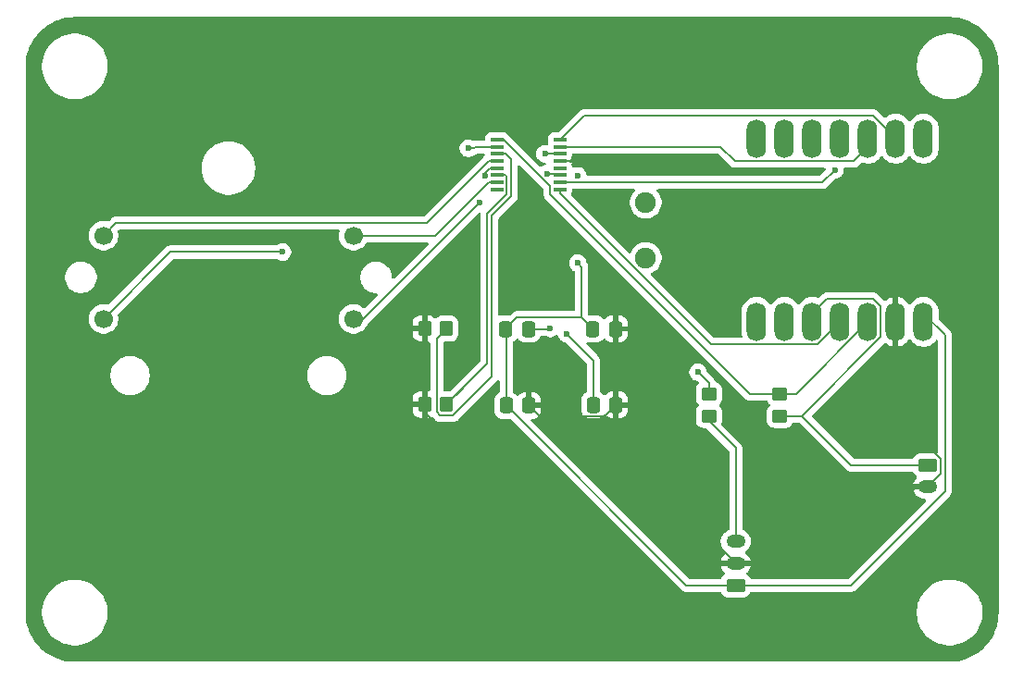
<source format=gbr>
%TF.GenerationSoftware,KiCad,Pcbnew,9.0.6*%
%TF.CreationDate,2026-02-22T18:14:21-08:00*%
%TF.ProjectId,display,64697370-6c61-4792-9e6b-696361645f70,rev?*%
%TF.SameCoordinates,Original*%
%TF.FileFunction,Copper,L1,Top*%
%TF.FilePolarity,Positive*%
%FSLAX46Y46*%
G04 Gerber Fmt 4.6, Leading zero omitted, Abs format (unit mm)*
G04 Created by KiCad (PCBNEW 9.0.6) date 2026-02-22 18:14:21*
%MOMM*%
%LPD*%
G01*
G04 APERTURE LIST*
G04 Aperture macros list*
%AMRoundRect*
0 Rectangle with rounded corners*
0 $1 Rounding radius*
0 $2 $3 $4 $5 $6 $7 $8 $9 X,Y pos of 4 corners*
0 Add a 4 corners polygon primitive as box body*
4,1,4,$2,$3,$4,$5,$6,$7,$8,$9,$2,$3,0*
0 Add four circle primitives for the rounded corners*
1,1,$1+$1,$2,$3*
1,1,$1+$1,$4,$5*
1,1,$1+$1,$6,$7*
1,1,$1+$1,$8,$9*
0 Add four rect primitives between the rounded corners*
20,1,$1+$1,$2,$3,$4,$5,0*
20,1,$1+$1,$4,$5,$6,$7,0*
20,1,$1+$1,$6,$7,$8,$9,0*
20,1,$1+$1,$8,$9,$2,$3,0*%
G04 Aperture macros list end*
%TA.AperFunction,ComponentPad*%
%ADD10O,1.750000X1.200000*%
%TD*%
%TA.AperFunction,ComponentPad*%
%ADD11RoundRect,0.250000X-0.625000X0.350000X-0.625000X-0.350000X0.625000X-0.350000X0.625000X0.350000X0*%
%TD*%
%TA.AperFunction,ComponentPad*%
%ADD12O,1.778000X3.556000*%
%TD*%
%TA.AperFunction,ComponentPad*%
%ADD13C,1.905000*%
%TD*%
%TA.AperFunction,SMDPad,CuDef*%
%ADD14R,1.168400X0.304800*%
%TD*%
%TA.AperFunction,SMDPad,CuDef*%
%ADD15RoundRect,0.250000X0.450000X-0.350000X0.450000X0.350000X-0.450000X0.350000X-0.450000X-0.350000X0*%
%TD*%
%TA.AperFunction,SMDPad,CuDef*%
%ADD16RoundRect,0.250000X-0.450000X0.350000X-0.450000X-0.350000X0.450000X-0.350000X0.450000X0.350000X0*%
%TD*%
%TA.AperFunction,SMDPad,CuDef*%
%ADD17RoundRect,0.250000X-0.350000X-0.450000X0.350000X-0.450000X0.350000X0.450000X-0.350000X0.450000X0*%
%TD*%
%TA.AperFunction,SMDPad,CuDef*%
%ADD18RoundRect,0.250000X0.350000X0.450000X-0.350000X0.450000X-0.350000X-0.450000X0.350000X-0.450000X0*%
%TD*%
%TA.AperFunction,ComponentPad*%
%ADD19RoundRect,0.250000X0.625000X-0.350000X0.625000X0.350000X-0.625000X0.350000X-0.625000X-0.350000X0*%
%TD*%
%TA.AperFunction,SMDPad,CuDef*%
%ADD20RoundRect,0.250000X-0.337500X-0.475000X0.337500X-0.475000X0.337500X0.475000X-0.337500X0.475000X0*%
%TD*%
%TA.AperFunction,SMDPad,CuDef*%
%ADD21RoundRect,0.250000X0.337500X0.475000X-0.337500X0.475000X-0.337500X-0.475000X0.337500X-0.475000X0*%
%TD*%
%TA.AperFunction,ComponentPad*%
%ADD22C,1.700000*%
%TD*%
%TA.AperFunction,ViaPad*%
%ADD23C,0.600000*%
%TD*%
%TA.AperFunction,Conductor*%
%ADD24C,0.200000*%
%TD*%
G04 APERTURE END LIST*
D10*
%TO.P,J2,2,Pin_2*%
%TO.N,GND*%
X178000000Y-118500000D03*
D11*
%TO.P,J2,1,Pin_1*%
%TO.N,/RESET_BTN*%
X178000000Y-116500000D03*
%TD*%
D12*
%TO.P,U2,1,GPIO1_A0_D0*%
%TO.N,unconnected-(U2-GPIO1_A0_D0-Pad1)*%
X177620000Y-86618000D03*
%TO.P,U2,2,GPIO2_A1_D1*%
%TO.N,/MOTOR_A1*%
X175080000Y-86618000D03*
%TO.P,U2,3,GPIO3_A2_D2*%
%TO.N,/MOTOR_A2*%
X172540000Y-86618000D03*
%TO.P,U2,4,GPIO4_A3_D3*%
%TO.N,/MOTOR_B1*%
X170000000Y-86618000D03*
%TO.P,U2,5,GPIO5_A4_D4_SDA*%
%TO.N,Net-(U2-GPIO5_A4_D4_SDA)*%
X167460000Y-86618000D03*
%TO.P,U2,6,GPIO6_A5_D5_SCL*%
%TO.N,unconnected-(U2-GPIO6_A5_D5_SCL-Pad6)*%
X164920000Y-86618000D03*
%TO.P,U2,7,GPIO43_TX_D6*%
%TO.N,unconnected-(U2-GPIO43_TX_D6-Pad7)*%
X162380000Y-86618000D03*
%TO.P,U2,8,GPIO44_D7_RX*%
%TO.N,unconnected-(U2-GPIO44_D7_RX-Pad8)*%
X162380000Y-103382000D03*
%TO.P,U2,9,GPIO7_A8_D8_SCK*%
%TO.N,unconnected-(U2-GPIO7_A8_D8_SCK-Pad9)*%
X164920000Y-103382000D03*
%TO.P,U2,10,GPIO8_A9_D9_CIPO*%
%TO.N,/RESET_BTN*%
X167460000Y-103382000D03*
%TO.P,U2,11,GPIO9_A10_D10_COPI*%
%TO.N,/MOTOR_B2*%
X170000000Y-103382000D03*
%TO.P,U2,12,3V3*%
%TO.N,+3.3V*%
X172540000Y-103382000D03*
%TO.P,U2,13,GND*%
%TO.N,GND*%
X175080000Y-103382000D03*
%TO.P,U2,14,5V*%
%TO.N,+5V*%
X177620000Y-103382000D03*
D13*
%TO.P,U2,15,+BATT*%
%TO.N,unconnected-(U2-+BATT-Pad15)*%
X152220000Y-92460000D03*
%TO.P,U2,16,-BATT*%
%TO.N,unconnected-(U2--BATT-Pad16)*%
X152220000Y-97540000D03*
%TD*%
D14*
%TO.P,U1,1,NSLEEP*%
%TO.N,+3.3V*%
X138629800Y-86725001D03*
%TO.P,U1,2,AOUT1*%
%TO.N,Net-(U1-AOUT1)*%
X138629800Y-87374999D03*
%TO.P,U1,3,AISEN*%
%TO.N,Net-(U1-AISEN)*%
X138629800Y-88025001D03*
%TO.P,U1,4,AOUT2*%
%TO.N,Net-(U1-AOUT2)*%
X138629800Y-88674999D03*
%TO.P,U1,5,BOUT2*%
%TO.N,Net-(M1--)*%
X138629800Y-89324998D03*
%TO.P,U1,6,BISEN*%
%TO.N,Net-(U1-BISEN)*%
X138629800Y-89974999D03*
%TO.P,U1,7,BOUT1*%
%TO.N,Net-(U1-BOUT1)*%
X138629800Y-90624998D03*
%TO.P,U1,8,NFAULT*%
%TO.N,unconnected-(U1-NFAULT-Pad8)*%
X138629800Y-91274999D03*
%TO.P,U1,9,BIN1*%
%TO.N,/MOTOR_B2*%
X144370200Y-91274999D03*
%TO.P,U1,10,BIN2*%
%TO.N,/MOTOR_B1*%
X144370200Y-90625001D03*
%TO.P,U1,11,VCP*%
%TO.N,Net-(U1-VCP)*%
X144370200Y-89974999D03*
%TO.P,U1,12,VM*%
%TO.N,+5V*%
X144370200Y-89325001D03*
%TO.P,U1,13,GND*%
%TO.N,GND*%
X144370200Y-88675002D03*
%TO.P,U1,14,VINT*%
%TO.N,Net-(U1-VINT)*%
X144370200Y-88025001D03*
%TO.P,U1,15,AIN2*%
%TO.N,/MOTOR_A2*%
X144370200Y-87375002D03*
%TO.P,U1,16,AIN1*%
%TO.N,/MOTOR_A1*%
X144370200Y-86725001D03*
%TD*%
D15*
%TO.P,R4,1*%
%TO.N,/RESET_BTN*%
X164500000Y-112000000D03*
%TO.P,R4,2*%
%TO.N,+3.3V*%
X164500000Y-110000000D03*
%TD*%
D16*
%TO.P,R3,1*%
%TO.N,Net-(U2-GPIO5_A4_D4_SDA)*%
X158000000Y-110000000D03*
%TO.P,R3,2*%
%TO.N,/NEO_DATA*%
X158000000Y-112000000D03*
%TD*%
D17*
%TO.P,R2,1*%
%TO.N,GND*%
X132000000Y-110962500D03*
%TO.P,R2,2*%
%TO.N,Net-(U1-BISEN)*%
X134000000Y-110962500D03*
%TD*%
D18*
%TO.P,R1,1*%
%TO.N,Net-(U1-AISEN)*%
X134000000Y-104000000D03*
%TO.P,R1,2*%
%TO.N,GND*%
X132000000Y-104000000D03*
%TD*%
D19*
%TO.P,J1,1,Pin_1*%
%TO.N,+5V*%
X160450000Y-127500000D03*
D10*
%TO.P,J1,2,Pin_2*%
%TO.N,GND*%
X160450000Y-125500000D03*
%TO.P,J1,3,Pin_3*%
%TO.N,/NEO_DATA*%
X160450000Y-123500000D03*
%TD*%
D20*
%TO.P,C4,1*%
%TO.N,+5V*%
X147387500Y-104037500D03*
%TO.P,C4,2*%
%TO.N,GND*%
X149462500Y-104037500D03*
%TD*%
D21*
%TO.P,C3,1*%
%TO.N,GND*%
X149500000Y-111000000D03*
%TO.P,C3,2*%
%TO.N,Net-(U1-VINT)*%
X147425000Y-111000000D03*
%TD*%
D20*
%TO.P,C2,1*%
%TO.N,+5V*%
X139425000Y-104037500D03*
%TO.P,C2,2*%
%TO.N,Net-(U1-VCP)*%
X141500000Y-104037500D03*
%TD*%
%TO.P,C1,1*%
%TO.N,+5V*%
X139462500Y-111037500D03*
%TO.P,C1,2*%
%TO.N,GND*%
X141537500Y-111037500D03*
%TD*%
D22*
%TO.P,M1,4*%
%TO.N,Net-(U1-AOUT1)*%
X102640000Y-103120000D03*
%TO.P,M1,3*%
%TO.N,Net-(U1-AOUT2)*%
X102640000Y-95500000D03*
%TO.P,M1,2,-*%
%TO.N,Net-(M1--)*%
X125500000Y-103120000D03*
%TO.P,M1,1*%
%TO.N,Net-(U1-BOUT1)*%
X125500000Y-95500000D03*
%TD*%
D23*
%TO.N,Net-(U1-AOUT1)*%
X136000000Y-87500000D03*
X119000000Y-97000000D03*
%TO.N,Net-(M1--)*%
X137500000Y-90000000D03*
X137000000Y-92500000D03*
%TO.N,GND*%
X143500000Y-113000000D03*
X138500000Y-113000000D03*
%TO.N,Net-(U2-GPIO5_A4_D4_SDA)*%
X157000000Y-108000000D03*
%TO.N,/MOTOR_B1*%
X169500000Y-89500000D03*
%TO.N,+5V*%
X146000000Y-90000000D03*
X146000000Y-98000000D03*
X146000000Y-98000000D03*
%TO.N,GND*%
X146000000Y-89000000D03*
X147000000Y-96500000D03*
%TO.N,Net-(U1-VINT)*%
X143000000Y-88000000D03*
X145000000Y-104500000D03*
%TO.N,Net-(U1-VCP)*%
X143174265Y-89825735D03*
X143500000Y-104000000D03*
%TD*%
D24*
%TO.N,Net-(U1-AOUT1)*%
X136000000Y-87500000D02*
X136500000Y-87500000D01*
X136500000Y-87500000D02*
X136625001Y-87374999D01*
X136625001Y-87374999D02*
X138629800Y-87374999D01*
X108760000Y-97000000D02*
X119000000Y-97000000D01*
X102640000Y-103120000D02*
X108760000Y-97000000D01*
%TO.N,Net-(M1--)*%
X137500000Y-90000000D02*
X137500000Y-89766199D01*
X137500000Y-89766199D02*
X137941201Y-89324998D01*
X137941201Y-89324998D02*
X138629800Y-89324998D01*
X126380000Y-103120000D02*
X137000000Y-92500000D01*
X125500000Y-103120000D02*
X126380000Y-103120000D01*
%TO.N,Net-(U1-BOUT1)*%
X125500000Y-95500000D02*
X132970598Y-95500000D01*
X132970598Y-95500000D02*
X137845600Y-90624998D01*
X137845600Y-90624998D02*
X138629800Y-90624998D01*
%TO.N,Net-(U1-AOUT2)*%
X102640000Y-95500000D02*
X103791000Y-94349000D01*
X103791000Y-94349000D02*
X132171599Y-94349000D01*
X132171599Y-94349000D02*
X137845600Y-88674999D01*
X137845600Y-88674999D02*
X138629800Y-88674999D01*
%TO.N,GND*%
X143500000Y-113000000D02*
X142526000Y-112026000D01*
X133337500Y-113000000D02*
X138500000Y-113000000D01*
X132000000Y-111662500D02*
X133337500Y-113000000D01*
X132000000Y-110962500D02*
X132000000Y-111662500D01*
X149500000Y-111000000D02*
X148474000Y-112026000D01*
X148474000Y-112026000D02*
X142526000Y-112026000D01*
X142526000Y-112026000D02*
X141537500Y-111037500D01*
%TO.N,Net-(U2-GPIO5_A4_D4_SDA)*%
X157000000Y-108000000D02*
X158000000Y-109000000D01*
X158000000Y-109000000D02*
X158000000Y-110000000D01*
%TO.N,/MOTOR_B1*%
X168374999Y-90625001D02*
X169500000Y-89500000D01*
X144370200Y-90625001D02*
X168374999Y-90625001D01*
%TO.N,+5V*%
X146361500Y-98361500D02*
X146000000Y-98000000D01*
X146361500Y-103011500D02*
X146361500Y-98361500D01*
%TO.N,GND*%
X146000000Y-89000000D02*
X145675002Y-88675002D01*
X145675002Y-88675002D02*
X144370200Y-88675002D01*
X149462500Y-98962500D02*
X147000000Y-96500000D01*
X149462500Y-104037500D02*
X149462500Y-98962500D01*
%TO.N,Net-(U1-VINT)*%
X143000000Y-88000000D02*
X144345199Y-88000000D01*
X144345199Y-88000000D02*
X144370200Y-88025001D01*
X147425000Y-106925000D02*
X145000000Y-104500000D01*
X147425000Y-111000000D02*
X147425000Y-106925000D01*
%TO.N,Net-(U1-VCP)*%
X143174265Y-89825735D02*
X144220936Y-89825735D01*
X144220936Y-89825735D02*
X144370200Y-89974999D01*
X143462500Y-104037500D02*
X143500000Y-104000000D01*
X141500000Y-104037500D02*
X143462500Y-104037500D01*
%TO.N,Net-(U1-BISEN)*%
X134000000Y-110962500D02*
X137231250Y-107731250D01*
%TO.N,+5V*%
X139462500Y-111037500D02*
X139462500Y-104075000D01*
X139462500Y-104075000D02*
X139425000Y-104037500D01*
%TO.N,Net-(U1-BISEN)*%
X134000000Y-110962500D02*
X135481250Y-109481250D01*
%TO.N,Net-(U1-AISEN)*%
X134000000Y-104000000D02*
X133099000Y-104901000D01*
X133099000Y-111647660D02*
X133414840Y-111963500D01*
X139916000Y-91894499D02*
X139916000Y-88527001D01*
X139414000Y-88025001D02*
X138629800Y-88025001D01*
X133099000Y-104901000D02*
X133099000Y-111647660D01*
X133414840Y-111963500D02*
X134585160Y-111963500D01*
X134585160Y-111963500D02*
X138145600Y-108403060D01*
X138145600Y-108403060D02*
X138145600Y-93664899D01*
X138145600Y-93664899D02*
X139916000Y-91894499D01*
X139916000Y-88527001D02*
X139414000Y-88025001D01*
%TO.N,Net-(U1-BISEN)*%
X134000000Y-110962500D02*
X137744600Y-107217900D01*
X139515000Y-91728399D02*
X139515000Y-90075999D01*
X137744600Y-107217900D02*
X137744600Y-93498799D01*
X137744600Y-93498799D02*
X139515000Y-91728399D01*
X139515000Y-90075999D02*
X139414000Y-89974999D01*
X139414000Y-89974999D02*
X138629800Y-89974999D01*
%TO.N,GND*%
X132000000Y-104000000D02*
X132000000Y-110962500D01*
%TO.N,+5V*%
X147387500Y-104037500D02*
X146361500Y-103011500D01*
X146361500Y-103011500D02*
X140451000Y-103011500D01*
X140451000Y-103011500D02*
X139425000Y-104037500D01*
%TO.N,GND*%
X149462500Y-104037500D02*
X149462500Y-110962500D01*
X149462500Y-110962500D02*
X149500000Y-111000000D01*
%TO.N,+5V*%
X139462500Y-111037500D02*
X155925000Y-127500000D01*
X155925000Y-127500000D02*
X160450000Y-127500000D01*
%TO.N,GND*%
X149500000Y-111000000D02*
X149500000Y-114550000D01*
X149500000Y-114550000D02*
X160450000Y-125500000D01*
%TO.N,/NEO_DATA*%
X158000000Y-112000000D02*
X158000000Y-112500000D01*
X158000000Y-112500000D02*
X160450000Y-114950000D01*
X160450000Y-114950000D02*
X160450000Y-123500000D01*
%TO.N,GND*%
X178000000Y-118500000D02*
X177000000Y-118500000D01*
X177000000Y-118500000D02*
X170000000Y-125500000D01*
X170000000Y-125500000D02*
X160450000Y-125500000D01*
%TO.N,+5V*%
X177620000Y-102620000D02*
X179577000Y-104577000D01*
X179577000Y-104577000D02*
X179577000Y-118923000D01*
X179577000Y-118923000D02*
X171000000Y-127500000D01*
X171000000Y-127500000D02*
X160450000Y-127500000D01*
%TO.N,GND*%
X175080000Y-102620000D02*
X175080000Y-111818840D01*
X175080000Y-111818840D02*
X179176000Y-115914840D01*
X179176000Y-115914840D02*
X179176000Y-117324000D01*
X179176000Y-117324000D02*
X178000000Y-118500000D01*
%TO.N,/RESET_BTN*%
X178000000Y-116500000D02*
X170993914Y-116500000D01*
X170993914Y-116500000D02*
X166493914Y-112000000D01*
%TO.N,/MOTOR_B2*%
X170000000Y-102620000D02*
X170000000Y-103413914D01*
X158203801Y-105461000D02*
X144370200Y-91627399D01*
X144370200Y-91627399D02*
X144370200Y-91274999D01*
X170000000Y-103413914D02*
X167952914Y-105461000D01*
X167952914Y-105461000D02*
X158203801Y-105461000D01*
%TO.N,/RESET_BTN*%
X167460000Y-102620000D02*
X168777000Y-101303000D01*
X173032914Y-101303000D02*
X173730000Y-102000086D01*
X173730000Y-102000086D02*
X173730000Y-104763914D01*
X168777000Y-101303000D02*
X173032914Y-101303000D01*
X173730000Y-104763914D02*
X166493914Y-112000000D01*
X166493914Y-112000000D02*
X164500000Y-112000000D01*
%TO.N,+3.3V*%
X172540000Y-102620000D02*
X172540000Y-103413914D01*
X172540000Y-103413914D02*
X165953914Y-110000000D01*
X165953914Y-110000000D02*
X164500000Y-110000000D01*
X138629800Y-86725001D02*
X139225001Y-86725001D01*
X139225001Y-86725001D02*
X143485000Y-90985000D01*
X143485000Y-90985000D02*
X143485000Y-91728399D01*
X143485000Y-91728399D02*
X161756601Y-110000000D01*
X161756601Y-110000000D02*
X164500000Y-110000000D01*
%TO.N,/MOTOR_A1*%
X144370200Y-86725001D02*
X146556201Y-84539000D01*
X146556201Y-84539000D02*
X173032914Y-84539000D01*
X173032914Y-84539000D02*
X175080000Y-86586086D01*
X175080000Y-86586086D02*
X175080000Y-87380000D01*
%TO.N,/MOTOR_A2*%
X144370200Y-87375002D02*
X159051084Y-87375002D01*
X160373082Y-88697000D02*
X171223000Y-88697000D01*
X171223000Y-88697000D02*
X172540000Y-87380000D01*
X159051084Y-87375002D02*
X160373082Y-88697000D01*
%TD*%
%TA.AperFunction,Conductor*%
%TO.N,GND*%
G36*
X140721703Y-89071384D02*
G01*
X140728181Y-89077416D01*
X142848181Y-91197416D01*
X142881666Y-91258739D01*
X142884500Y-91285097D01*
X142884500Y-91641729D01*
X142884499Y-91641747D01*
X142884499Y-91807453D01*
X142884498Y-91807453D01*
X142915055Y-91921490D01*
X142925423Y-91960184D01*
X142938190Y-91982296D01*
X142966109Y-92030653D01*
X143004479Y-92097114D01*
X143123349Y-92215984D01*
X143123355Y-92215989D01*
X161271740Y-110364374D01*
X161271750Y-110364385D01*
X161276080Y-110368715D01*
X161276081Y-110368716D01*
X161387885Y-110480520D01*
X161387887Y-110480521D01*
X161443263Y-110512492D01*
X161443264Y-110512492D01*
X161463651Y-110524263D01*
X161524810Y-110559574D01*
X161524811Y-110559575D01*
X161524813Y-110559575D01*
X161524816Y-110559577D01*
X161677544Y-110600501D01*
X161677547Y-110600501D01*
X161843254Y-110600501D01*
X161843270Y-110600500D01*
X163254092Y-110600500D01*
X163321131Y-110620185D01*
X163359636Y-110664271D01*
X163361395Y-110663187D01*
X163365185Y-110669331D01*
X163365186Y-110669334D01*
X163391811Y-110712500D01*
X163457289Y-110818657D01*
X163550951Y-110912319D01*
X163584436Y-110973642D01*
X163579452Y-111043334D01*
X163550951Y-111087681D01*
X163457289Y-111181342D01*
X163365187Y-111330663D01*
X163365185Y-111330668D01*
X163343316Y-111396666D01*
X163310001Y-111497203D01*
X163310001Y-111497204D01*
X163310000Y-111497204D01*
X163299500Y-111599983D01*
X163299500Y-112400001D01*
X163299501Y-112400019D01*
X163310000Y-112502796D01*
X163310001Y-112502799D01*
X163365185Y-112669331D01*
X163365187Y-112669336D01*
X163371142Y-112678991D01*
X163457288Y-112818656D01*
X163581344Y-112942712D01*
X163730666Y-113034814D01*
X163897203Y-113089999D01*
X163999991Y-113100500D01*
X165000008Y-113100499D01*
X165000016Y-113100498D01*
X165000019Y-113100498D01*
X165056302Y-113094748D01*
X165102797Y-113089999D01*
X165269334Y-113034814D01*
X165418656Y-112942712D01*
X165542712Y-112818656D01*
X165634814Y-112669334D01*
X165634815Y-112669331D01*
X165638605Y-112663187D01*
X165640399Y-112664293D01*
X165679687Y-112619663D01*
X165745908Y-112600500D01*
X166193817Y-112600500D01*
X166260856Y-112620185D01*
X166281498Y-112636819D01*
X170509053Y-116864374D01*
X170509063Y-116864385D01*
X170513393Y-116868715D01*
X170513394Y-116868716D01*
X170625198Y-116980520D01*
X170712009Y-117030639D01*
X170712011Y-117030641D01*
X170750065Y-117052611D01*
X170762129Y-117059577D01*
X170914857Y-117100501D01*
X170914860Y-117100501D01*
X171080567Y-117100501D01*
X171080583Y-117100500D01*
X176579092Y-117100500D01*
X176646131Y-117120185D01*
X176684636Y-117164271D01*
X176686395Y-117163187D01*
X176690185Y-117169332D01*
X176690186Y-117169334D01*
X176782288Y-117318656D01*
X176906344Y-117442712D01*
X176970981Y-117482580D01*
X177017705Y-117534526D01*
X177028928Y-117603489D01*
X177001085Y-117667571D01*
X176993566Y-117675799D01*
X176885964Y-117783401D01*
X176784195Y-117923475D01*
X176705591Y-118077744D01*
X176652085Y-118242415D01*
X176650884Y-118249999D01*
X176650885Y-118250000D01*
X177719670Y-118250000D01*
X177699925Y-118269745D01*
X177650556Y-118355255D01*
X177625000Y-118450630D01*
X177625000Y-118549370D01*
X177650556Y-118644745D01*
X177699925Y-118730255D01*
X177719670Y-118750000D01*
X176650885Y-118750000D01*
X176652085Y-118757584D01*
X176705591Y-118922255D01*
X176784195Y-119076524D01*
X176885967Y-119216602D01*
X177008397Y-119339032D01*
X177148475Y-119440804D01*
X177302742Y-119519408D01*
X177467415Y-119572914D01*
X177638429Y-119600000D01*
X177751402Y-119600000D01*
X177818441Y-119619685D01*
X177864196Y-119672489D01*
X177874140Y-119741647D01*
X177845115Y-119805203D01*
X177839083Y-119811681D01*
X170787584Y-126863181D01*
X170726261Y-126896666D01*
X170699903Y-126899500D01*
X161870908Y-126899500D01*
X161803869Y-126879815D01*
X161765363Y-126835728D01*
X161763605Y-126836813D01*
X161759814Y-126830666D01*
X161667712Y-126681344D01*
X161543656Y-126557288D01*
X161543655Y-126557287D01*
X161479019Y-126517420D01*
X161432294Y-126465472D01*
X161421071Y-126396510D01*
X161448914Y-126332428D01*
X161456434Y-126324199D01*
X161564035Y-126216598D01*
X161665804Y-126076524D01*
X161744408Y-125922255D01*
X161797914Y-125757584D01*
X161799115Y-125750000D01*
X160730330Y-125750000D01*
X160750075Y-125730255D01*
X160799444Y-125644745D01*
X160825000Y-125549370D01*
X160825000Y-125450630D01*
X160799444Y-125355255D01*
X160750075Y-125269745D01*
X160730330Y-125250000D01*
X161799115Y-125250000D01*
X161799115Y-125249999D01*
X161797914Y-125242415D01*
X161744408Y-125077744D01*
X161665804Y-124923475D01*
X161564032Y-124783397D01*
X161441602Y-124660967D01*
X161358551Y-124600628D01*
X161315885Y-124545298D01*
X161309906Y-124475685D01*
X161342511Y-124413889D01*
X161358551Y-124399991D01*
X161441928Y-124339414D01*
X161564414Y-124216928D01*
X161666232Y-124076788D01*
X161744873Y-123922445D01*
X161798402Y-123757701D01*
X161825500Y-123586611D01*
X161825500Y-123413389D01*
X161798402Y-123242299D01*
X161744873Y-123077555D01*
X161666232Y-122923212D01*
X161564414Y-122783072D01*
X161441928Y-122660586D01*
X161301788Y-122558768D01*
X161147445Y-122480127D01*
X161147444Y-122480126D01*
X161147445Y-122480126D01*
X161136177Y-122476465D01*
X161078503Y-122437025D01*
X161051308Y-122372666D01*
X161050500Y-122358536D01*
X161050500Y-114870945D01*
X161050500Y-114870943D01*
X161009577Y-114718216D01*
X161009577Y-114718215D01*
X161009577Y-114718214D01*
X160980639Y-114668095D01*
X160980637Y-114668092D01*
X160930520Y-114581284D01*
X160818716Y-114469480D01*
X160818715Y-114469479D01*
X160814385Y-114465149D01*
X160814374Y-114465139D01*
X159159241Y-112810006D01*
X159125756Y-112748683D01*
X159130740Y-112678991D01*
X159134542Y-112669917D01*
X159134809Y-112669341D01*
X159134814Y-112669334D01*
X159189999Y-112502797D01*
X159200500Y-112400009D01*
X159200499Y-111599992D01*
X159196666Y-111562473D01*
X159189999Y-111497203D01*
X159189998Y-111497200D01*
X159145588Y-111363181D01*
X159134814Y-111330666D01*
X159042712Y-111181344D01*
X158949049Y-111087681D01*
X158915564Y-111026358D01*
X158920548Y-110956666D01*
X158949049Y-110912319D01*
X159042712Y-110818656D01*
X159134814Y-110669334D01*
X159189999Y-110502797D01*
X159200500Y-110400009D01*
X159200499Y-109599992D01*
X159189999Y-109497203D01*
X159134814Y-109330666D01*
X159042712Y-109181344D01*
X158918656Y-109057288D01*
X158769334Y-108965186D01*
X158660523Y-108929129D01*
X158603080Y-108889357D01*
X158579754Y-108843518D01*
X158576713Y-108832169D01*
X158559577Y-108768216D01*
X158525618Y-108709397D01*
X158480524Y-108631290D01*
X158480518Y-108631282D01*
X157834573Y-107985337D01*
X157801088Y-107924014D01*
X157800637Y-107921847D01*
X157800499Y-107921153D01*
X157769737Y-107766503D01*
X157738868Y-107691978D01*
X157709397Y-107620827D01*
X157709390Y-107620814D01*
X157621789Y-107489711D01*
X157621786Y-107489707D01*
X157510292Y-107378213D01*
X157510288Y-107378210D01*
X157379185Y-107290609D01*
X157379172Y-107290602D01*
X157233501Y-107230264D01*
X157233489Y-107230261D01*
X157078845Y-107199500D01*
X157078842Y-107199500D01*
X156921158Y-107199500D01*
X156921155Y-107199500D01*
X156766510Y-107230261D01*
X156766498Y-107230264D01*
X156620827Y-107290602D01*
X156620814Y-107290609D01*
X156489711Y-107378210D01*
X156489707Y-107378213D01*
X156378213Y-107489707D01*
X156378210Y-107489711D01*
X156290609Y-107620814D01*
X156290602Y-107620827D01*
X156230264Y-107766498D01*
X156230261Y-107766510D01*
X156199500Y-107921153D01*
X156199500Y-108078846D01*
X156230261Y-108233489D01*
X156230264Y-108233501D01*
X156290602Y-108379172D01*
X156290609Y-108379185D01*
X156378210Y-108510288D01*
X156378213Y-108510292D01*
X156489707Y-108621786D01*
X156489711Y-108621789D01*
X156620814Y-108709390D01*
X156620827Y-108709397D01*
X156667000Y-108728522D01*
X156766503Y-108769737D01*
X156766507Y-108769737D01*
X156766508Y-108769738D01*
X156921849Y-108800638D01*
X156938603Y-108809402D01*
X156957083Y-108813422D01*
X156982126Y-108832169D01*
X156983759Y-108833023D01*
X156985329Y-108834564D01*
X157057018Y-108906254D01*
X157090502Y-108967574D01*
X157085518Y-109037266D01*
X157057018Y-109081614D01*
X156957287Y-109181345D01*
X156865187Y-109330663D01*
X156865185Y-109330668D01*
X156842377Y-109399500D01*
X156810001Y-109497203D01*
X156810001Y-109497204D01*
X156810000Y-109497204D01*
X156799500Y-109599983D01*
X156799500Y-110400001D01*
X156799501Y-110400019D01*
X156810000Y-110502796D01*
X156810001Y-110502799D01*
X156865185Y-110669331D01*
X156865187Y-110669336D01*
X156957289Y-110818657D01*
X157050951Y-110912319D01*
X157084436Y-110973642D01*
X157079452Y-111043334D01*
X157050951Y-111087681D01*
X156957289Y-111181342D01*
X156865187Y-111330663D01*
X156865185Y-111330668D01*
X156843316Y-111396666D01*
X156810001Y-111497203D01*
X156810001Y-111497204D01*
X156810000Y-111497204D01*
X156799500Y-111599983D01*
X156799500Y-112400001D01*
X156799501Y-112400019D01*
X156810000Y-112502796D01*
X156810001Y-112502799D01*
X156865185Y-112669331D01*
X156865187Y-112669336D01*
X156871142Y-112678991D01*
X156957288Y-112818656D01*
X157081344Y-112942712D01*
X157230666Y-113034814D01*
X157397203Y-113089999D01*
X157499991Y-113100500D01*
X157699901Y-113100499D01*
X157766941Y-113120183D01*
X157787583Y-113136818D01*
X159813181Y-115162416D01*
X159846666Y-115223739D01*
X159849500Y-115250097D01*
X159849500Y-122358536D01*
X159829815Y-122425575D01*
X159777011Y-122471330D01*
X159763823Y-122476465D01*
X159752555Y-122480126D01*
X159598211Y-122558768D01*
X159518256Y-122616859D01*
X159458072Y-122660586D01*
X159458070Y-122660588D01*
X159458069Y-122660588D01*
X159335588Y-122783069D01*
X159335588Y-122783070D01*
X159335586Y-122783072D01*
X159291859Y-122843256D01*
X159233768Y-122923211D01*
X159155128Y-123077552D01*
X159101597Y-123242302D01*
X159074500Y-123413389D01*
X159074500Y-123586611D01*
X159101598Y-123757701D01*
X159155127Y-123922445D01*
X159233768Y-124076788D01*
X159335586Y-124216928D01*
X159458072Y-124339414D01*
X159541449Y-124399991D01*
X159584114Y-124455322D01*
X159590093Y-124524935D01*
X159557487Y-124586730D01*
X159541448Y-124600627D01*
X159458404Y-124660961D01*
X159458399Y-124660965D01*
X159335967Y-124783397D01*
X159234195Y-124923475D01*
X159155591Y-125077744D01*
X159102085Y-125242415D01*
X159100884Y-125249999D01*
X159100885Y-125250000D01*
X160169670Y-125250000D01*
X160149925Y-125269745D01*
X160100556Y-125355255D01*
X160075000Y-125450630D01*
X160075000Y-125549370D01*
X160100556Y-125644745D01*
X160149925Y-125730255D01*
X160169670Y-125750000D01*
X159100885Y-125750000D01*
X159102085Y-125757584D01*
X159155591Y-125922255D01*
X159234195Y-126076524D01*
X159335967Y-126216602D01*
X159443565Y-126324200D01*
X159477050Y-126385523D01*
X159472066Y-126455215D01*
X159430194Y-126511148D01*
X159420981Y-126517420D01*
X159356342Y-126557289D01*
X159232289Y-126681342D01*
X159136395Y-126836813D01*
X159134600Y-126835706D01*
X159095313Y-126880337D01*
X159029092Y-126899500D01*
X156225098Y-126899500D01*
X156158059Y-126879815D01*
X156137417Y-126863181D01*
X148946725Y-119672489D01*
X141748414Y-112474179D01*
X141714930Y-112412857D01*
X141719914Y-112343165D01*
X141761786Y-112287232D01*
X141827250Y-112262815D01*
X141836096Y-112262499D01*
X141924972Y-112262499D01*
X141924986Y-112262498D01*
X142027697Y-112252005D01*
X142194119Y-112196858D01*
X142194124Y-112196856D01*
X142343345Y-112104815D01*
X142467315Y-111980845D01*
X142559356Y-111831624D01*
X142559358Y-111831619D01*
X142614505Y-111665197D01*
X142614506Y-111665190D01*
X142624999Y-111562486D01*
X142625000Y-111562473D01*
X142625000Y-111287500D01*
X141661500Y-111287500D01*
X141594461Y-111267815D01*
X141548706Y-111215011D01*
X141537500Y-111163500D01*
X141537500Y-111037500D01*
X141411500Y-111037500D01*
X141344461Y-111017815D01*
X141298706Y-110965011D01*
X141287500Y-110913500D01*
X141287500Y-110787500D01*
X141787500Y-110787500D01*
X142624999Y-110787500D01*
X142624999Y-110512528D01*
X142624998Y-110512513D01*
X142614505Y-110409802D01*
X142559358Y-110243380D01*
X142559356Y-110243375D01*
X142467315Y-110094154D01*
X142343345Y-109970184D01*
X142194124Y-109878143D01*
X142194119Y-109878141D01*
X142027697Y-109822994D01*
X142027690Y-109822993D01*
X141924986Y-109812500D01*
X141787500Y-109812500D01*
X141787500Y-110787500D01*
X141287500Y-110787500D01*
X141287500Y-109812500D01*
X141150027Y-109812500D01*
X141150012Y-109812501D01*
X141047302Y-109822994D01*
X140880880Y-109878141D01*
X140880875Y-109878143D01*
X140731654Y-109970184D01*
X140607683Y-110094155D01*
X140607679Y-110094160D01*
X140605826Y-110097165D01*
X140604018Y-110098790D01*
X140603202Y-110099823D01*
X140603025Y-110099683D01*
X140553874Y-110143885D01*
X140484911Y-110155101D01*
X140420831Y-110127252D01*
X140394753Y-110097153D01*
X140394737Y-110097128D01*
X140392712Y-110093844D01*
X140268656Y-109969788D01*
X140121902Y-109879270D01*
X140075179Y-109827323D01*
X140063000Y-109773732D01*
X140063000Y-105278138D01*
X140082685Y-105211099D01*
X140121901Y-105172600D01*
X140231156Y-105105212D01*
X140355212Y-104981156D01*
X140356961Y-104978319D01*
X140358669Y-104976783D01*
X140359693Y-104975489D01*
X140359914Y-104975663D01*
X140408906Y-104931596D01*
X140477868Y-104920372D01*
X140541951Y-104948213D01*
X140568037Y-104978317D01*
X140569788Y-104981156D01*
X140693844Y-105105212D01*
X140843166Y-105197314D01*
X141009703Y-105252499D01*
X141112491Y-105263000D01*
X141887508Y-105262999D01*
X141887516Y-105262998D01*
X141887519Y-105262998D01*
X141943802Y-105257248D01*
X141990297Y-105252499D01*
X142156834Y-105197314D01*
X142306156Y-105105212D01*
X142430212Y-104981156D01*
X142522314Y-104831834D01*
X142558379Y-104722994D01*
X142598152Y-104665551D01*
X142662667Y-104638728D01*
X142676085Y-104638000D01*
X142976357Y-104638000D01*
X143043396Y-104657685D01*
X143045247Y-104658898D01*
X143120819Y-104709393D01*
X143120822Y-104709395D01*
X143262367Y-104768024D01*
X143266503Y-104769737D01*
X143421153Y-104800499D01*
X143421156Y-104800500D01*
X143421158Y-104800500D01*
X143578844Y-104800500D01*
X143578845Y-104800499D01*
X143733497Y-104769737D01*
X143879179Y-104709394D01*
X144010289Y-104621789D01*
X144011186Y-104620891D01*
X144011773Y-104620571D01*
X144014999Y-104617924D01*
X144015500Y-104618535D01*
X144072504Y-104587402D01*
X144142196Y-104592380D01*
X144198134Y-104634246D01*
X144220491Y-104684374D01*
X144230261Y-104733491D01*
X144230264Y-104733501D01*
X144290602Y-104879172D01*
X144290609Y-104879185D01*
X144378210Y-105010288D01*
X144378213Y-105010292D01*
X144489707Y-105121786D01*
X144489711Y-105121789D01*
X144620814Y-105209390D01*
X144620827Y-105209397D01*
X144750233Y-105262998D01*
X144766503Y-105269737D01*
X144831147Y-105282595D01*
X144921849Y-105300638D01*
X144983760Y-105333023D01*
X144985339Y-105334574D01*
X146788181Y-107137416D01*
X146821666Y-107198739D01*
X146824500Y-107225097D01*
X146824500Y-109736232D01*
X146804815Y-109803271D01*
X146765598Y-109841769D01*
X146706631Y-109878141D01*
X146618842Y-109932289D01*
X146494789Y-110056342D01*
X146402687Y-110205663D01*
X146402685Y-110205668D01*
X146402615Y-110205880D01*
X146347501Y-110372203D01*
X146347501Y-110372204D01*
X146347500Y-110372204D01*
X146337000Y-110474983D01*
X146337000Y-111525001D01*
X146337001Y-111525019D01*
X146347500Y-111627796D01*
X146347501Y-111627799D01*
X146402685Y-111794331D01*
X146402687Y-111794336D01*
X146425814Y-111831831D01*
X146494788Y-111943656D01*
X146618844Y-112067712D01*
X146768166Y-112159814D01*
X146934703Y-112214999D01*
X147037491Y-112225500D01*
X147812508Y-112225499D01*
X147812516Y-112225498D01*
X147812519Y-112225498D01*
X147868802Y-112219748D01*
X147915297Y-112214999D01*
X148081834Y-112159814D01*
X148231156Y-112067712D01*
X148355212Y-111943656D01*
X148357252Y-111940347D01*
X148359245Y-111938555D01*
X148359693Y-111937989D01*
X148359789Y-111938065D01*
X148409194Y-111893623D01*
X148478156Y-111882395D01*
X148542240Y-111910234D01*
X148568329Y-111940339D01*
X148570181Y-111943341D01*
X148570183Y-111943344D01*
X148694154Y-112067315D01*
X148843375Y-112159356D01*
X148843380Y-112159358D01*
X149009802Y-112214505D01*
X149009809Y-112214506D01*
X149112519Y-112224999D01*
X149249999Y-112224999D01*
X149750000Y-112224999D01*
X149887472Y-112224999D01*
X149887486Y-112224998D01*
X149990197Y-112214505D01*
X150156619Y-112159358D01*
X150156624Y-112159356D01*
X150305845Y-112067315D01*
X150429815Y-111943345D01*
X150521856Y-111794124D01*
X150521858Y-111794119D01*
X150577005Y-111627697D01*
X150577006Y-111627690D01*
X150587499Y-111524986D01*
X150587500Y-111524973D01*
X150587500Y-111250000D01*
X149750000Y-111250000D01*
X149750000Y-112224999D01*
X149249999Y-112224999D01*
X149250000Y-112224998D01*
X149250000Y-110750000D01*
X149750000Y-110750000D01*
X150587499Y-110750000D01*
X150587499Y-110475028D01*
X150587498Y-110475013D01*
X150577005Y-110372302D01*
X150521858Y-110205880D01*
X150521856Y-110205875D01*
X150429815Y-110056654D01*
X150305845Y-109932684D01*
X150156624Y-109840643D01*
X150156619Y-109840641D01*
X149990197Y-109785494D01*
X149990190Y-109785493D01*
X149887486Y-109775000D01*
X149750000Y-109775000D01*
X149750000Y-110750000D01*
X149250000Y-110750000D01*
X149250000Y-109775000D01*
X149112527Y-109775000D01*
X149112512Y-109775001D01*
X149009802Y-109785494D01*
X148843380Y-109840641D01*
X148843375Y-109840643D01*
X148694154Y-109932684D01*
X148570183Y-110056655D01*
X148570179Y-110056660D01*
X148568326Y-110059665D01*
X148566518Y-110061290D01*
X148565702Y-110062323D01*
X148565525Y-110062183D01*
X148516374Y-110106385D01*
X148447411Y-110117601D01*
X148383331Y-110089752D01*
X148357253Y-110059653D01*
X148357237Y-110059628D01*
X148355212Y-110056344D01*
X148231156Y-109932288D01*
X148084402Y-109841770D01*
X148037679Y-109789823D01*
X148025500Y-109736232D01*
X148025500Y-107014059D01*
X148025501Y-107014046D01*
X148025501Y-106845945D01*
X148025501Y-106845943D01*
X147984577Y-106693215D01*
X147931564Y-106601394D01*
X147905520Y-106556284D01*
X147793716Y-106444480D01*
X147793713Y-106444478D01*
X146814576Y-105465341D01*
X146781091Y-105404018D01*
X146786075Y-105334326D01*
X146827947Y-105278393D01*
X146893411Y-105253976D01*
X146914849Y-105254301D01*
X146999991Y-105263000D01*
X147775008Y-105262999D01*
X147775016Y-105262998D01*
X147775019Y-105262998D01*
X147831302Y-105257248D01*
X147877797Y-105252499D01*
X148044334Y-105197314D01*
X148193656Y-105105212D01*
X148317712Y-104981156D01*
X148319752Y-104977847D01*
X148321745Y-104976055D01*
X148322193Y-104975489D01*
X148322289Y-104975565D01*
X148371694Y-104931123D01*
X148440656Y-104919895D01*
X148504740Y-104947734D01*
X148530829Y-104977839D01*
X148532681Y-104980841D01*
X148532683Y-104980844D01*
X148656654Y-105104815D01*
X148805875Y-105196856D01*
X148805880Y-105196858D01*
X148972302Y-105252005D01*
X148972309Y-105252006D01*
X149075019Y-105262499D01*
X149212499Y-105262499D01*
X149712500Y-105262499D01*
X149849972Y-105262499D01*
X149849986Y-105262498D01*
X149952697Y-105252005D01*
X150119119Y-105196858D01*
X150119124Y-105196856D01*
X150268345Y-105104815D01*
X150392315Y-104980845D01*
X150484356Y-104831624D01*
X150484358Y-104831619D01*
X150539505Y-104665197D01*
X150539506Y-104665190D01*
X150549999Y-104562486D01*
X150550000Y-104562473D01*
X150550000Y-104287500D01*
X149712500Y-104287500D01*
X149712500Y-105262499D01*
X149212499Y-105262499D01*
X149212500Y-105262498D01*
X149212500Y-103787500D01*
X149712500Y-103787500D01*
X150549999Y-103787500D01*
X150549999Y-103512528D01*
X150549998Y-103512513D01*
X150539505Y-103409802D01*
X150484358Y-103243380D01*
X150484356Y-103243375D01*
X150392315Y-103094154D01*
X150268345Y-102970184D01*
X150119124Y-102878143D01*
X150119119Y-102878141D01*
X149952697Y-102822994D01*
X149952690Y-102822993D01*
X149849986Y-102812500D01*
X149712500Y-102812500D01*
X149712500Y-103787500D01*
X149212500Y-103787500D01*
X149212500Y-102812500D01*
X149075027Y-102812500D01*
X149075012Y-102812501D01*
X148972302Y-102822994D01*
X148805880Y-102878141D01*
X148805875Y-102878143D01*
X148656654Y-102970184D01*
X148532683Y-103094155D01*
X148532679Y-103094160D01*
X148530826Y-103097165D01*
X148529018Y-103098790D01*
X148528202Y-103099823D01*
X148528025Y-103099683D01*
X148478874Y-103143885D01*
X148409911Y-103155101D01*
X148345831Y-103127252D01*
X148319753Y-103097153D01*
X148319737Y-103097128D01*
X148317712Y-103093844D01*
X148193656Y-102969788D01*
X148100888Y-102912569D01*
X148044336Y-102877687D01*
X148044331Y-102877685D01*
X148042862Y-102877198D01*
X147877797Y-102822501D01*
X147877795Y-102822500D01*
X147775016Y-102812000D01*
X147775009Y-102812000D01*
X147086000Y-102812000D01*
X147018961Y-102792315D01*
X146973206Y-102739511D01*
X146962000Y-102688000D01*
X146962000Y-98282443D01*
X146961999Y-98282439D01*
X146948887Y-98233501D01*
X146948427Y-98231785D01*
X146921077Y-98129715D01*
X146856407Y-98017704D01*
X146842020Y-97992784D01*
X146827352Y-97978116D01*
X146821414Y-97969818D01*
X146813137Y-97946081D01*
X146801089Y-97924019D01*
X146800637Y-97921847D01*
X146795340Y-97895216D01*
X146769737Y-97766503D01*
X146723284Y-97654354D01*
X146709397Y-97620827D01*
X146709390Y-97620814D01*
X146621789Y-97489711D01*
X146621786Y-97489707D01*
X146510292Y-97378213D01*
X146510288Y-97378210D01*
X146379185Y-97290609D01*
X146379172Y-97290602D01*
X146233501Y-97230264D01*
X146233489Y-97230261D01*
X146078845Y-97199500D01*
X146078842Y-97199500D01*
X145921158Y-97199500D01*
X145921155Y-97199500D01*
X145766510Y-97230261D01*
X145766498Y-97230264D01*
X145620827Y-97290602D01*
X145620814Y-97290609D01*
X145489711Y-97378210D01*
X145489707Y-97378213D01*
X145378213Y-97489707D01*
X145378210Y-97489711D01*
X145290609Y-97620814D01*
X145290602Y-97620827D01*
X145230264Y-97766498D01*
X145230261Y-97766510D01*
X145199500Y-97921153D01*
X145199500Y-98078846D01*
X145230261Y-98233489D01*
X145230264Y-98233501D01*
X145290602Y-98379172D01*
X145290609Y-98379185D01*
X145378210Y-98510288D01*
X145378213Y-98510292D01*
X145489710Y-98621789D01*
X145620815Y-98709390D01*
X145620821Y-98709394D01*
X145684453Y-98735750D01*
X145738855Y-98779590D01*
X145760921Y-98845884D01*
X145761000Y-98850311D01*
X145761000Y-102287000D01*
X145741315Y-102354039D01*
X145688511Y-102399794D01*
X145637000Y-102411000D01*
X140371943Y-102411000D01*
X140219213Y-102451923D01*
X140169537Y-102480605D01*
X140169536Y-102480605D01*
X140082287Y-102530977D01*
X140082282Y-102530981D01*
X139970480Y-102642783D01*
X139970480Y-102642784D01*
X139970478Y-102642786D01*
X139899987Y-102713277D01*
X139837582Y-102775682D01*
X139776259Y-102809166D01*
X139749901Y-102812000D01*
X139037498Y-102812000D01*
X139037480Y-102812001D01*
X138934703Y-102822500D01*
X138934696Y-102822502D01*
X138909103Y-102830983D01*
X138839274Y-102833384D01*
X138779233Y-102797652D01*
X138748041Y-102735131D01*
X138746100Y-102713277D01*
X138746100Y-93964996D01*
X138765785Y-93897957D01*
X138782419Y-93877315D01*
X139438196Y-93221538D01*
X140396520Y-92263215D01*
X140475577Y-92126283D01*
X140516501Y-91973556D01*
X140516501Y-91815441D01*
X140516501Y-91807846D01*
X140516500Y-91807828D01*
X140516500Y-89165097D01*
X140536185Y-89098058D01*
X140588989Y-89052303D01*
X140658147Y-89042359D01*
X140721703Y-89071384D01*
G37*
%TD.AperFunction*%
%TA.AperFunction,Conductor*%
G36*
X175330000Y-105637717D02*
G01*
X175405258Y-105625797D01*
X175405261Y-105625797D01*
X175613188Y-105558238D01*
X175613191Y-105558237D01*
X175807998Y-105458976D01*
X175984866Y-105330475D01*
X175984871Y-105330471D01*
X176139469Y-105175873D01*
X176249371Y-105024605D01*
X176304701Y-104981939D01*
X176374314Y-104975960D01*
X176436110Y-105008565D01*
X176450008Y-105024605D01*
X176560142Y-105176192D01*
X176560146Y-105176197D01*
X176714806Y-105330857D01*
X176880374Y-105451147D01*
X176891743Y-105459407D01*
X177019132Y-105524315D01*
X177086616Y-105558701D01*
X177086619Y-105558702D01*
X177190621Y-105592493D01*
X177294625Y-105626286D01*
X177394672Y-105642132D01*
X177510639Y-105660500D01*
X177510644Y-105660500D01*
X177729361Y-105660500D01*
X177834082Y-105643912D01*
X177945375Y-105626286D01*
X178153383Y-105558701D01*
X178348257Y-105459407D01*
X178516674Y-105337046D01*
X178525193Y-105330857D01*
X178525195Y-105330854D01*
X178525199Y-105330852D01*
X178679852Y-105176199D01*
X178752182Y-105076643D01*
X178807511Y-105033979D01*
X178877124Y-105028000D01*
X178938920Y-105060605D01*
X178973277Y-105121443D01*
X178976500Y-105149530D01*
X178976500Y-115304124D01*
X178956815Y-115371163D01*
X178904011Y-115416918D01*
X178834853Y-115426862D01*
X178813498Y-115421831D01*
X178777794Y-115410000D01*
X178777795Y-115410000D01*
X178675010Y-115399500D01*
X177324998Y-115399500D01*
X177324981Y-115399501D01*
X177222203Y-115410000D01*
X177222200Y-115410001D01*
X177055668Y-115465185D01*
X177055663Y-115465187D01*
X176906342Y-115557289D01*
X176782289Y-115681342D01*
X176686395Y-115836813D01*
X176684600Y-115835706D01*
X176645313Y-115880337D01*
X176579092Y-115899500D01*
X171294011Y-115899500D01*
X171226972Y-115879815D01*
X171206330Y-115863181D01*
X167430829Y-112087680D01*
X167397344Y-112026357D01*
X167402328Y-111956665D01*
X167430825Y-111912323D01*
X174006461Y-105336686D01*
X174067780Y-105303204D01*
X174137472Y-105308188D01*
X174170969Y-105327903D01*
X174171185Y-105327607D01*
X174174247Y-105329831D01*
X174174674Y-105330083D01*
X174175135Y-105330477D01*
X174352001Y-105458976D01*
X174546808Y-105558237D01*
X174546811Y-105558238D01*
X174754739Y-105625797D01*
X174829999Y-105637717D01*
X174830000Y-105637717D01*
X174830000Y-103062251D01*
X174883919Y-103093381D01*
X175013120Y-103128000D01*
X175146880Y-103128000D01*
X175276081Y-103093381D01*
X175330000Y-103062251D01*
X175330000Y-105637717D01*
G37*
%TD.AperFunction*%
%TA.AperFunction,Conductor*%
G36*
X158818026Y-87995187D02*
G01*
X158838667Y-88011820D01*
X160004366Y-89177520D01*
X160004368Y-89177521D01*
X160004372Y-89177524D01*
X160141291Y-89256573D01*
X160141294Y-89256575D01*
X160141298Y-89256577D01*
X160294025Y-89297501D01*
X160294027Y-89297501D01*
X160459736Y-89297501D01*
X160459752Y-89297500D01*
X168553902Y-89297500D01*
X168620941Y-89317185D01*
X168666696Y-89369989D01*
X168676640Y-89439147D01*
X168647615Y-89502703D01*
X168641583Y-89509181D01*
X168162583Y-89988182D01*
X168101260Y-90021667D01*
X168074902Y-90024501D01*
X146922821Y-90024501D01*
X146855782Y-90004816D01*
X146810027Y-89952012D01*
X146801204Y-89924693D01*
X146769738Y-89766508D01*
X146769737Y-89766507D01*
X146769737Y-89766503D01*
X146750941Y-89721124D01*
X146709397Y-89620827D01*
X146709390Y-89620814D01*
X146621789Y-89489711D01*
X146621786Y-89489707D01*
X146510292Y-89378213D01*
X146510288Y-89378210D01*
X146379185Y-89290609D01*
X146379172Y-89290602D01*
X146233501Y-89230264D01*
X146233489Y-89230261D01*
X146078845Y-89199500D01*
X146078842Y-89199500D01*
X145921158Y-89199500D01*
X145921155Y-89199500D01*
X145766510Y-89230261D01*
X145766507Y-89230262D01*
X145766506Y-89230262D01*
X145766503Y-89230263D01*
X145702975Y-89256577D01*
X145626351Y-89288315D01*
X145601372Y-89291000D01*
X145577178Y-89297741D01*
X145567232Y-89294670D01*
X145556881Y-89295783D01*
X145534417Y-89284538D01*
X145510418Y-89277128D01*
X145503710Y-89269166D01*
X145494402Y-89264507D01*
X145481583Y-89242901D01*
X145465401Y-89223694D01*
X145462773Y-89211199D01*
X145458750Y-89204418D01*
X145455928Y-89189695D01*
X145454899Y-89181757D01*
X145454899Y-89124729D01*
X145448491Y-89065118D01*
X145435135Y-89029310D01*
X145433310Y-89015228D01*
X145436634Y-88994182D01*
X145435114Y-88972930D01*
X145440101Y-88955949D01*
X145447998Y-88934778D01*
X145447998Y-88934777D01*
X145454399Y-88875246D01*
X145454400Y-88875229D01*
X145454400Y-88827402D01*
X145369711Y-88827402D01*
X145348465Y-88821163D01*
X145326377Y-88819584D01*
X145306939Y-88808970D01*
X145302672Y-88807717D01*
X145295400Y-88802669D01*
X145292503Y-88800500D01*
X145257460Y-88774266D01*
X145215590Y-88718334D01*
X145210606Y-88648642D01*
X145244091Y-88587319D01*
X145257462Y-88575734D01*
X145295399Y-88547335D01*
X145360864Y-88522918D01*
X145369709Y-88522602D01*
X145454400Y-88522602D01*
X145454400Y-88474774D01*
X145454399Y-88474757D01*
X145447998Y-88415225D01*
X145440100Y-88394051D01*
X145435114Y-88324359D01*
X145440098Y-88307385D01*
X145448491Y-88284884D01*
X145454900Y-88225274D01*
X145454899Y-88099501D01*
X145474583Y-88032463D01*
X145527387Y-87986708D01*
X145578899Y-87975502D01*
X158750987Y-87975502D01*
X158818026Y-87995187D01*
G37*
%TD.AperFunction*%
%TA.AperFunction,Conductor*%
G36*
X180002702Y-75500617D02*
G01*
X180386771Y-75517386D01*
X180397506Y-75518326D01*
X180775971Y-75568152D01*
X180786597Y-75570025D01*
X181159284Y-75652648D01*
X181169710Y-75655442D01*
X181533765Y-75770227D01*
X181543911Y-75773920D01*
X181896578Y-75920000D01*
X181906369Y-75924566D01*
X182244942Y-76100816D01*
X182254310Y-76106224D01*
X182576244Y-76311318D01*
X182585105Y-76317523D01*
X182887930Y-76549889D01*
X182896217Y-76556843D01*
X183177635Y-76814715D01*
X183185284Y-76822364D01*
X183443156Y-77103782D01*
X183450110Y-77112069D01*
X183682476Y-77414894D01*
X183688681Y-77423755D01*
X183893775Y-77745689D01*
X183899183Y-77755057D01*
X184075430Y-78093623D01*
X184080002Y-78103427D01*
X184226075Y-78456078D01*
X184229775Y-78466244D01*
X184344554Y-78830278D01*
X184347354Y-78840727D01*
X184429971Y-79213389D01*
X184431849Y-79224042D01*
X184481671Y-79602473D01*
X184482614Y-79613249D01*
X184499382Y-79997297D01*
X184499500Y-80002706D01*
X184499500Y-129997293D01*
X184499382Y-130002702D01*
X184482614Y-130386750D01*
X184481671Y-130397526D01*
X184431849Y-130775957D01*
X184429971Y-130786610D01*
X184347354Y-131159272D01*
X184344554Y-131169721D01*
X184229775Y-131533755D01*
X184226075Y-131543921D01*
X184080002Y-131896572D01*
X184075430Y-131906376D01*
X183899183Y-132244942D01*
X183893775Y-132254310D01*
X183688681Y-132576244D01*
X183682476Y-132585105D01*
X183450110Y-132887930D01*
X183443156Y-132896217D01*
X183185284Y-133177635D01*
X183177635Y-133185284D01*
X182896217Y-133443156D01*
X182887930Y-133450110D01*
X182585105Y-133682476D01*
X182576244Y-133688681D01*
X182254310Y-133893775D01*
X182244942Y-133899183D01*
X181906376Y-134075430D01*
X181896572Y-134080002D01*
X181543921Y-134226075D01*
X181533755Y-134229775D01*
X181169721Y-134344554D01*
X181159272Y-134347354D01*
X180786610Y-134429971D01*
X180775957Y-134431849D01*
X180397526Y-134481671D01*
X180386750Y-134482614D01*
X180002703Y-134499382D01*
X179997294Y-134499500D01*
X100002706Y-134499500D01*
X99997297Y-134499382D01*
X99613249Y-134482614D01*
X99602473Y-134481671D01*
X99224042Y-134431849D01*
X99213389Y-134429971D01*
X98840727Y-134347354D01*
X98830278Y-134344554D01*
X98466244Y-134229775D01*
X98456078Y-134226075D01*
X98103427Y-134080002D01*
X98093623Y-134075430D01*
X97755057Y-133899183D01*
X97745689Y-133893775D01*
X97423755Y-133688681D01*
X97414894Y-133682476D01*
X97112069Y-133450110D01*
X97103782Y-133443156D01*
X96822364Y-133185284D01*
X96814715Y-133177635D01*
X96556843Y-132896217D01*
X96549889Y-132887930D01*
X96317523Y-132585105D01*
X96311318Y-132576244D01*
X96106224Y-132254310D01*
X96100816Y-132244942D01*
X95970818Y-131995219D01*
X95924566Y-131906369D01*
X95919997Y-131896572D01*
X95773924Y-131543921D01*
X95770224Y-131533755D01*
X95760623Y-131503304D01*
X95655442Y-131169710D01*
X95652648Y-131159284D01*
X95570025Y-130786597D01*
X95568152Y-130775971D01*
X95518326Y-130397506D01*
X95517386Y-130386771D01*
X95500618Y-130002702D01*
X95500500Y-129997293D01*
X95500500Y-129831491D01*
X96999500Y-129831491D01*
X96999500Y-130168508D01*
X97037231Y-130503381D01*
X97037233Y-130503397D01*
X97112223Y-130831953D01*
X97112227Y-130831965D01*
X97223532Y-131150054D01*
X97369752Y-131453683D01*
X97369754Y-131453686D01*
X97549054Y-131739039D01*
X97759175Y-132002523D01*
X97997477Y-132240825D01*
X98260961Y-132450946D01*
X98546314Y-132630246D01*
X98849949Y-132776469D01*
X99088848Y-132860063D01*
X99168034Y-132887772D01*
X99168046Y-132887776D01*
X99496606Y-132962767D01*
X99831492Y-133000499D01*
X99831493Y-133000500D01*
X99831496Y-133000500D01*
X100168507Y-133000500D01*
X100168507Y-133000499D01*
X100503394Y-132962767D01*
X100831954Y-132887776D01*
X101150051Y-132776469D01*
X101453686Y-132630246D01*
X101739039Y-132450946D01*
X102002523Y-132240825D01*
X102240825Y-132002523D01*
X102450946Y-131739039D01*
X102630246Y-131453686D01*
X102776469Y-131150051D01*
X102887776Y-130831954D01*
X102962767Y-130503394D01*
X103000500Y-130168504D01*
X103000500Y-129831496D01*
X103000499Y-129831491D01*
X176999500Y-129831491D01*
X176999500Y-130168508D01*
X177037231Y-130503381D01*
X177037233Y-130503397D01*
X177112223Y-130831953D01*
X177112227Y-130831965D01*
X177223532Y-131150054D01*
X177369752Y-131453683D01*
X177369754Y-131453686D01*
X177549054Y-131739039D01*
X177759175Y-132002523D01*
X177997477Y-132240825D01*
X178260961Y-132450946D01*
X178546314Y-132630246D01*
X178849949Y-132776469D01*
X179088848Y-132860063D01*
X179168034Y-132887772D01*
X179168046Y-132887776D01*
X179496606Y-132962767D01*
X179831492Y-133000499D01*
X179831493Y-133000500D01*
X179831496Y-133000500D01*
X180168507Y-133000500D01*
X180168507Y-133000499D01*
X180503394Y-132962767D01*
X180831954Y-132887776D01*
X181150051Y-132776469D01*
X181453686Y-132630246D01*
X181739039Y-132450946D01*
X182002523Y-132240825D01*
X182240825Y-132002523D01*
X182450946Y-131739039D01*
X182630246Y-131453686D01*
X182776469Y-131150051D01*
X182887776Y-130831954D01*
X182962767Y-130503394D01*
X183000500Y-130168504D01*
X183000500Y-129831496D01*
X182962767Y-129496606D01*
X182887776Y-129168046D01*
X182776469Y-128849949D01*
X182630246Y-128546314D01*
X182450946Y-128260961D01*
X182240825Y-127997477D01*
X182002523Y-127759175D01*
X181739039Y-127549054D01*
X181453686Y-127369754D01*
X181453683Y-127369752D01*
X181150054Y-127223532D01*
X180831965Y-127112227D01*
X180831953Y-127112223D01*
X180503397Y-127037233D01*
X180503381Y-127037231D01*
X180168508Y-126999500D01*
X180168504Y-126999500D01*
X179831496Y-126999500D01*
X179831491Y-126999500D01*
X179496618Y-127037231D01*
X179496602Y-127037233D01*
X179168046Y-127112223D01*
X179168034Y-127112227D01*
X178849945Y-127223532D01*
X178546316Y-127369752D01*
X178260962Y-127549053D01*
X177997477Y-127759174D01*
X177759174Y-127997477D01*
X177549053Y-128260962D01*
X177369752Y-128546316D01*
X177223532Y-128849945D01*
X177112227Y-129168034D01*
X177112223Y-129168046D01*
X177037233Y-129496602D01*
X177037231Y-129496618D01*
X176999500Y-129831491D01*
X103000499Y-129831491D01*
X102962767Y-129496606D01*
X102887776Y-129168046D01*
X102776469Y-128849949D01*
X102630246Y-128546314D01*
X102450946Y-128260961D01*
X102240825Y-127997477D01*
X102002523Y-127759175D01*
X101739039Y-127549054D01*
X101453686Y-127369754D01*
X101453683Y-127369752D01*
X101150054Y-127223532D01*
X100831965Y-127112227D01*
X100831953Y-127112223D01*
X100503397Y-127037233D01*
X100503381Y-127037231D01*
X100168508Y-126999500D01*
X100168504Y-126999500D01*
X99831496Y-126999500D01*
X99831491Y-126999500D01*
X99496618Y-127037231D01*
X99496602Y-127037233D01*
X99168046Y-127112223D01*
X99168034Y-127112227D01*
X98849945Y-127223532D01*
X98546316Y-127369752D01*
X98260962Y-127549053D01*
X97997477Y-127759174D01*
X97759174Y-127997477D01*
X97549053Y-128260962D01*
X97369752Y-128546316D01*
X97223532Y-128849945D01*
X97112227Y-129168034D01*
X97112223Y-129168046D01*
X97037233Y-129496602D01*
X97037231Y-129496618D01*
X96999500Y-129831491D01*
X95500500Y-129831491D01*
X95500500Y-111462486D01*
X130900001Y-111462486D01*
X130910494Y-111565197D01*
X130965641Y-111731619D01*
X130965643Y-111731624D01*
X131057684Y-111880845D01*
X131181654Y-112004815D01*
X131330875Y-112096856D01*
X131330880Y-112096858D01*
X131497302Y-112152005D01*
X131497309Y-112152006D01*
X131600019Y-112162499D01*
X131749999Y-112162499D01*
X131750000Y-112162498D01*
X131750000Y-111212500D01*
X130900001Y-111212500D01*
X130900001Y-111462486D01*
X95500500Y-111462486D01*
X95500500Y-110462513D01*
X130900000Y-110462513D01*
X130900000Y-110712500D01*
X131750000Y-110712500D01*
X131750000Y-109762500D01*
X131600027Y-109762500D01*
X131600012Y-109762501D01*
X131497302Y-109772994D01*
X131330880Y-109828141D01*
X131330875Y-109828143D01*
X131181654Y-109920184D01*
X131057684Y-110044154D01*
X130965643Y-110193375D01*
X130965641Y-110193380D01*
X130910494Y-110359802D01*
X130910493Y-110359809D01*
X130900000Y-110462513D01*
X95500500Y-110462513D01*
X95500500Y-108191995D01*
X103269500Y-108191995D01*
X103269500Y-108428004D01*
X103269501Y-108428020D01*
X103295010Y-108621786D01*
X103300307Y-108662014D01*
X103313003Y-108709397D01*
X103361394Y-108889993D01*
X103451714Y-109108045D01*
X103451719Y-109108056D01*
X103494033Y-109181345D01*
X103569727Y-109312450D01*
X103569729Y-109312453D01*
X103569730Y-109312454D01*
X103713406Y-109499697D01*
X103713412Y-109499704D01*
X103880295Y-109666587D01*
X103880302Y-109666593D01*
X103931058Y-109705539D01*
X104067550Y-109810273D01*
X104151979Y-109859018D01*
X104271943Y-109928280D01*
X104271948Y-109928282D01*
X104271951Y-109928284D01*
X104490007Y-110018606D01*
X104717986Y-110079693D01*
X104951989Y-110110500D01*
X104951996Y-110110500D01*
X105188004Y-110110500D01*
X105188011Y-110110500D01*
X105422014Y-110079693D01*
X105649993Y-110018606D01*
X105868049Y-109928284D01*
X106072450Y-109810273D01*
X106259699Y-109666592D01*
X106426592Y-109499699D01*
X106570273Y-109312450D01*
X106688284Y-109108049D01*
X106778606Y-108889993D01*
X106839693Y-108662014D01*
X106870500Y-108428011D01*
X106870500Y-108191995D01*
X121269500Y-108191995D01*
X121269500Y-108428004D01*
X121269501Y-108428020D01*
X121295010Y-108621786D01*
X121300307Y-108662014D01*
X121313003Y-108709397D01*
X121361394Y-108889993D01*
X121451714Y-109108045D01*
X121451719Y-109108056D01*
X121494033Y-109181345D01*
X121569727Y-109312450D01*
X121569729Y-109312453D01*
X121569730Y-109312454D01*
X121713406Y-109499697D01*
X121713412Y-109499704D01*
X121880295Y-109666587D01*
X121880302Y-109666593D01*
X121931058Y-109705539D01*
X122067550Y-109810273D01*
X122151979Y-109859018D01*
X122271943Y-109928280D01*
X122271948Y-109928282D01*
X122271951Y-109928284D01*
X122490007Y-110018606D01*
X122717986Y-110079693D01*
X122951989Y-110110500D01*
X122951996Y-110110500D01*
X123188004Y-110110500D01*
X123188011Y-110110500D01*
X123422014Y-110079693D01*
X123649993Y-110018606D01*
X123868049Y-109928284D01*
X124072450Y-109810273D01*
X124259699Y-109666592D01*
X124426592Y-109499699D01*
X124570273Y-109312450D01*
X124688284Y-109108049D01*
X124778606Y-108889993D01*
X124839693Y-108662014D01*
X124870500Y-108428011D01*
X124870500Y-108191989D01*
X124839693Y-107957986D01*
X124778606Y-107730007D01*
X124688284Y-107511951D01*
X124688282Y-107511948D01*
X124688280Y-107511943D01*
X124611069Y-107378211D01*
X124570273Y-107307550D01*
X124507005Y-107225097D01*
X124426593Y-107120302D01*
X124426587Y-107120295D01*
X124259704Y-106953412D01*
X124259697Y-106953406D01*
X124072454Y-106809730D01*
X124072453Y-106809729D01*
X124072450Y-106809727D01*
X123990957Y-106762677D01*
X123868056Y-106691719D01*
X123868045Y-106691714D01*
X123649993Y-106601394D01*
X123422010Y-106540306D01*
X123188020Y-106509501D01*
X123188017Y-106509500D01*
X123188011Y-106509500D01*
X122951989Y-106509500D01*
X122951983Y-106509500D01*
X122951979Y-106509501D01*
X122717989Y-106540306D01*
X122490006Y-106601394D01*
X122271954Y-106691714D01*
X122271943Y-106691719D01*
X122067545Y-106809730D01*
X121880302Y-106953406D01*
X121880295Y-106953412D01*
X121713412Y-107120295D01*
X121713406Y-107120302D01*
X121569730Y-107307545D01*
X121451719Y-107511943D01*
X121451714Y-107511954D01*
X121361394Y-107730006D01*
X121300306Y-107957989D01*
X121269501Y-108191979D01*
X121269500Y-108191995D01*
X106870500Y-108191995D01*
X106870500Y-108191989D01*
X106839693Y-107957986D01*
X106778606Y-107730007D01*
X106688284Y-107511951D01*
X106688282Y-107511948D01*
X106688280Y-107511943D01*
X106611069Y-107378211D01*
X106570273Y-107307550D01*
X106507005Y-107225097D01*
X106426593Y-107120302D01*
X106426587Y-107120295D01*
X106259704Y-106953412D01*
X106259697Y-106953406D01*
X106072454Y-106809730D01*
X106072453Y-106809729D01*
X106072450Y-106809727D01*
X105990957Y-106762677D01*
X105868056Y-106691719D01*
X105868045Y-106691714D01*
X105649993Y-106601394D01*
X105422010Y-106540306D01*
X105188020Y-106509501D01*
X105188017Y-106509500D01*
X105188011Y-106509500D01*
X104951989Y-106509500D01*
X104951983Y-106509500D01*
X104951979Y-106509501D01*
X104717989Y-106540306D01*
X104490006Y-106601394D01*
X104271954Y-106691714D01*
X104271943Y-106691719D01*
X104067545Y-106809730D01*
X103880302Y-106953406D01*
X103880295Y-106953412D01*
X103713412Y-107120295D01*
X103713406Y-107120302D01*
X103569730Y-107307545D01*
X103451719Y-107511943D01*
X103451714Y-107511954D01*
X103361394Y-107730006D01*
X103300306Y-107957989D01*
X103269501Y-108191979D01*
X103269500Y-108191995D01*
X95500500Y-108191995D01*
X95500500Y-104499986D01*
X130900001Y-104499986D01*
X130910494Y-104602697D01*
X130965641Y-104769119D01*
X130965643Y-104769124D01*
X131057684Y-104918345D01*
X131181654Y-105042315D01*
X131330875Y-105134356D01*
X131330880Y-105134358D01*
X131497302Y-105189505D01*
X131497309Y-105189506D01*
X131600019Y-105199999D01*
X131749999Y-105199999D01*
X131750000Y-105199998D01*
X131750000Y-104250000D01*
X130900001Y-104250000D01*
X130900001Y-104499986D01*
X95500500Y-104499986D01*
X95500500Y-103013713D01*
X101289500Y-103013713D01*
X101289500Y-103226287D01*
X101292207Y-103243380D01*
X101316570Y-103397203D01*
X101322754Y-103436243D01*
X101386257Y-103631685D01*
X101388444Y-103638414D01*
X101484951Y-103827820D01*
X101609890Y-103999786D01*
X101760213Y-104150109D01*
X101932179Y-104275048D01*
X101932181Y-104275049D01*
X101932184Y-104275051D01*
X102121588Y-104371557D01*
X102323757Y-104437246D01*
X102533713Y-104470500D01*
X102533714Y-104470500D01*
X102746286Y-104470500D01*
X102746287Y-104470500D01*
X102956243Y-104437246D01*
X103158412Y-104371557D01*
X103347816Y-104275051D01*
X103439714Y-104208284D01*
X103519786Y-104150109D01*
X103519788Y-104150106D01*
X103519792Y-104150104D01*
X103670104Y-103999792D01*
X103670106Y-103999788D01*
X103670109Y-103999786D01*
X103795048Y-103827820D01*
X103795047Y-103827820D01*
X103795051Y-103827816D01*
X103891557Y-103638412D01*
X103957246Y-103436243D01*
X103990500Y-103226287D01*
X103990500Y-103013713D01*
X103957246Y-102803757D01*
X103943506Y-102761473D01*
X103941512Y-102691635D01*
X103973755Y-102635478D01*
X108972416Y-97636819D01*
X109033739Y-97603334D01*
X109060097Y-97600500D01*
X118420234Y-97600500D01*
X118487273Y-97620185D01*
X118489125Y-97621398D01*
X118620814Y-97709390D01*
X118620827Y-97709397D01*
X118758683Y-97766498D01*
X118766503Y-97769737D01*
X118921153Y-97800499D01*
X118921156Y-97800500D01*
X118921158Y-97800500D01*
X119078844Y-97800500D01*
X119078845Y-97800499D01*
X119233497Y-97769737D01*
X119379179Y-97709394D01*
X119510289Y-97621789D01*
X119621789Y-97510289D01*
X119709394Y-97379179D01*
X119769737Y-97233497D01*
X119800500Y-97078842D01*
X119800500Y-96921158D01*
X119800500Y-96921155D01*
X119800499Y-96921153D01*
X119779830Y-96817246D01*
X119769737Y-96766503D01*
X119763545Y-96751555D01*
X119709397Y-96620827D01*
X119709390Y-96620814D01*
X119621789Y-96489711D01*
X119621786Y-96489707D01*
X119510292Y-96378213D01*
X119510288Y-96378210D01*
X119379185Y-96290609D01*
X119379172Y-96290602D01*
X119233501Y-96230264D01*
X119233489Y-96230261D01*
X119078845Y-96199500D01*
X119078842Y-96199500D01*
X118921158Y-96199500D01*
X118921155Y-96199500D01*
X118766510Y-96230261D01*
X118766498Y-96230264D01*
X118620827Y-96290602D01*
X118620814Y-96290609D01*
X118489125Y-96378602D01*
X118422447Y-96399480D01*
X118420234Y-96399500D01*
X108846669Y-96399500D01*
X108846653Y-96399499D01*
X108839057Y-96399499D01*
X108680943Y-96399499D01*
X108573587Y-96428265D01*
X108528210Y-96440424D01*
X108528209Y-96440425D01*
X108478096Y-96469359D01*
X108478095Y-96469360D01*
X108442853Y-96489707D01*
X108391285Y-96519479D01*
X108391282Y-96519481D01*
X108279478Y-96631286D01*
X103124522Y-101786241D01*
X103063199Y-101819726D01*
X102998523Y-101816491D01*
X102956245Y-101802754D01*
X102816272Y-101780584D01*
X102746287Y-101769500D01*
X102533713Y-101769500D01*
X102485042Y-101777208D01*
X102323760Y-101802753D01*
X102121585Y-101868444D01*
X101932179Y-101964951D01*
X101760213Y-102089890D01*
X101609890Y-102240213D01*
X101484951Y-102412179D01*
X101388444Y-102601585D01*
X101322753Y-102803760D01*
X101310972Y-102878143D01*
X101289500Y-103013713D01*
X95500500Y-103013713D01*
X95500500Y-99195837D01*
X99119500Y-99195837D01*
X99119500Y-99424162D01*
X99155215Y-99649660D01*
X99225770Y-99866803D01*
X99329421Y-100070228D01*
X99463621Y-100254937D01*
X99625063Y-100416379D01*
X99809772Y-100550579D01*
X99905884Y-100599550D01*
X100013196Y-100654229D01*
X100013198Y-100654229D01*
X100013201Y-100654231D01*
X100129592Y-100692049D01*
X100230339Y-100724784D01*
X100455838Y-100760500D01*
X100455843Y-100760500D01*
X100684162Y-100760500D01*
X100909660Y-100724784D01*
X100933838Y-100716928D01*
X101126799Y-100654231D01*
X101330228Y-100550579D01*
X101514937Y-100416379D01*
X101676379Y-100254937D01*
X101810579Y-100070228D01*
X101914231Y-99866799D01*
X101984784Y-99649660D01*
X101995241Y-99583638D01*
X102020500Y-99424162D01*
X102020500Y-99195837D01*
X101984784Y-98970339D01*
X101914229Y-98753196D01*
X101810578Y-98549771D01*
X101781895Y-98510292D01*
X101676379Y-98365063D01*
X101514937Y-98203621D01*
X101330228Y-98069421D01*
X101239012Y-98022944D01*
X101126803Y-97965770D01*
X100909660Y-97895215D01*
X100684162Y-97859500D01*
X100684157Y-97859500D01*
X100455843Y-97859500D01*
X100455838Y-97859500D01*
X100230339Y-97895215D01*
X100013196Y-97965770D01*
X99809771Y-98069421D01*
X99625061Y-98203622D01*
X99463622Y-98365061D01*
X99329421Y-98549771D01*
X99225770Y-98753196D01*
X99155215Y-98970339D01*
X99119500Y-99195837D01*
X95500500Y-99195837D01*
X95500500Y-95393713D01*
X101289500Y-95393713D01*
X101289500Y-95606286D01*
X101322753Y-95816239D01*
X101388444Y-96018414D01*
X101484951Y-96207820D01*
X101609890Y-96379786D01*
X101760213Y-96530109D01*
X101932179Y-96655048D01*
X101932181Y-96655049D01*
X101932184Y-96655051D01*
X102121588Y-96751557D01*
X102323757Y-96817246D01*
X102533713Y-96850500D01*
X102533714Y-96850500D01*
X102746286Y-96850500D01*
X102746287Y-96850500D01*
X102956243Y-96817246D01*
X103158412Y-96751557D01*
X103347816Y-96655051D01*
X103432628Y-96593432D01*
X103519786Y-96530109D01*
X103519788Y-96530106D01*
X103519792Y-96530104D01*
X103670104Y-96379792D01*
X103670106Y-96379788D01*
X103670109Y-96379786D01*
X103795048Y-96207820D01*
X103795047Y-96207820D01*
X103795051Y-96207816D01*
X103891557Y-96018412D01*
X103957246Y-95816243D01*
X103990500Y-95606287D01*
X103990500Y-95393713D01*
X103957246Y-95183757D01*
X103943507Y-95141476D01*
X103943072Y-95126262D01*
X103937754Y-95112000D01*
X103942094Y-95092049D01*
X103941511Y-95071637D01*
X103949601Y-95057547D01*
X103952608Y-95043727D01*
X103973760Y-95015474D01*
X104003420Y-94985816D01*
X104064744Y-94952333D01*
X104091098Y-94949500D01*
X124088198Y-94949500D01*
X124155237Y-94969185D01*
X124200992Y-95021989D01*
X124210936Y-95091147D01*
X124206130Y-95111812D01*
X124183894Y-95180247D01*
X124182753Y-95183760D01*
X124149500Y-95393713D01*
X124149500Y-95606286D01*
X124182753Y-95816239D01*
X124248444Y-96018414D01*
X124344951Y-96207820D01*
X124469890Y-96379786D01*
X124620213Y-96530109D01*
X124792179Y-96655048D01*
X124792181Y-96655049D01*
X124792184Y-96655051D01*
X124981588Y-96751557D01*
X125183757Y-96817246D01*
X125393713Y-96850500D01*
X125393714Y-96850500D01*
X125606286Y-96850500D01*
X125606287Y-96850500D01*
X125816243Y-96817246D01*
X126018412Y-96751557D01*
X126207816Y-96655051D01*
X126292628Y-96593432D01*
X126379786Y-96530109D01*
X126379788Y-96530106D01*
X126379792Y-96530104D01*
X126530104Y-96379792D01*
X126530106Y-96379788D01*
X126530109Y-96379786D01*
X126630108Y-96242147D01*
X126655051Y-96207816D01*
X126662371Y-96193450D01*
X126675235Y-96168205D01*
X126723209Y-96117409D01*
X126785719Y-96100500D01*
X132250903Y-96100500D01*
X132317942Y-96120185D01*
X132363697Y-96172989D01*
X132373641Y-96242147D01*
X132344616Y-96305703D01*
X132338584Y-96312181D01*
X129232181Y-99418583D01*
X129170858Y-99452068D01*
X129101166Y-99447084D01*
X129045233Y-99405212D01*
X129020816Y-99339748D01*
X129020500Y-99330902D01*
X129020500Y-99195837D01*
X128984784Y-98970339D01*
X128914229Y-98753196D01*
X128810578Y-98549771D01*
X128781895Y-98510292D01*
X128676379Y-98365063D01*
X128514937Y-98203621D01*
X128330228Y-98069421D01*
X128239012Y-98022944D01*
X128126803Y-97965770D01*
X127909660Y-97895215D01*
X127684162Y-97859500D01*
X127684157Y-97859500D01*
X127455843Y-97859500D01*
X127455838Y-97859500D01*
X127230339Y-97895215D01*
X127013196Y-97965770D01*
X126809771Y-98069421D01*
X126625061Y-98203622D01*
X126463622Y-98365061D01*
X126329421Y-98549771D01*
X126225770Y-98753196D01*
X126155215Y-98970339D01*
X126119500Y-99195837D01*
X126119500Y-99424162D01*
X126155215Y-99649660D01*
X126225770Y-99866803D01*
X126329421Y-100070228D01*
X126463621Y-100254937D01*
X126625063Y-100416379D01*
X126809772Y-100550579D01*
X126905884Y-100599550D01*
X127013196Y-100654229D01*
X127013198Y-100654229D01*
X127013201Y-100654231D01*
X127129592Y-100692049D01*
X127230339Y-100724784D01*
X127455838Y-100760500D01*
X127590902Y-100760500D01*
X127657941Y-100780185D01*
X127703696Y-100832989D01*
X127713640Y-100902147D01*
X127684615Y-100965703D01*
X127678583Y-100972181D01*
X126558011Y-102092753D01*
X126496688Y-102126238D01*
X126426996Y-102121254D01*
X126382649Y-102092753D01*
X126379786Y-102089890D01*
X126207820Y-101964951D01*
X126018414Y-101868444D01*
X126018413Y-101868443D01*
X126018412Y-101868443D01*
X125816243Y-101802754D01*
X125816241Y-101802753D01*
X125816240Y-101802753D01*
X125654957Y-101777208D01*
X125606287Y-101769500D01*
X125393713Y-101769500D01*
X125345042Y-101777208D01*
X125183760Y-101802753D01*
X124981585Y-101868444D01*
X124792179Y-101964951D01*
X124620213Y-102089890D01*
X124469890Y-102240213D01*
X124344951Y-102412179D01*
X124248444Y-102601585D01*
X124182753Y-102803760D01*
X124170972Y-102878143D01*
X124149500Y-103013713D01*
X124149500Y-103226287D01*
X124152207Y-103243380D01*
X124176570Y-103397203D01*
X124182754Y-103436243D01*
X124246257Y-103631685D01*
X124248444Y-103638414D01*
X124344951Y-103827820D01*
X124469890Y-103999786D01*
X124620213Y-104150109D01*
X124792179Y-104275048D01*
X124792181Y-104275049D01*
X124792184Y-104275051D01*
X124981588Y-104371557D01*
X125183757Y-104437246D01*
X125393713Y-104470500D01*
X125393714Y-104470500D01*
X125606286Y-104470500D01*
X125606287Y-104470500D01*
X125816243Y-104437246D01*
X126018412Y-104371557D01*
X126207816Y-104275051D01*
X126299714Y-104208284D01*
X126379786Y-104150109D01*
X126379788Y-104150106D01*
X126379792Y-104150104D01*
X126530104Y-103999792D01*
X126530106Y-103999788D01*
X126530109Y-103999786D01*
X126655048Y-103827820D01*
X126655047Y-103827820D01*
X126655051Y-103827816D01*
X126751557Y-103638412D01*
X126761962Y-103606386D01*
X126768948Y-103594986D01*
X126771060Y-103585279D01*
X126792208Y-103557027D01*
X126792211Y-103557024D01*
X126849223Y-103500013D01*
X130900000Y-103500013D01*
X130900000Y-103750000D01*
X131750000Y-103750000D01*
X131750000Y-102800000D01*
X131600027Y-102800000D01*
X131600012Y-102800001D01*
X131497302Y-102810494D01*
X131330880Y-102865641D01*
X131330875Y-102865643D01*
X131181654Y-102957684D01*
X131057684Y-103081654D01*
X130965643Y-103230875D01*
X130965641Y-103230880D01*
X130910494Y-103397302D01*
X130910493Y-103397309D01*
X130900000Y-103500013D01*
X126849223Y-103500013D01*
X126860520Y-103488716D01*
X126860521Y-103488713D01*
X136932420Y-93416814D01*
X136951850Y-93406205D01*
X136968586Y-93391703D01*
X136981919Y-93389785D01*
X136993741Y-93383331D01*
X137015826Y-93384910D01*
X137037745Y-93381759D01*
X137049997Y-93387354D01*
X137063433Y-93388315D01*
X137081158Y-93401584D01*
X137101301Y-93410783D01*
X137108584Y-93422115D01*
X137119366Y-93430187D01*
X137127103Y-93450931D01*
X137139076Y-93469561D01*
X137142227Y-93491480D01*
X137143783Y-93495651D01*
X137144099Y-93504496D01*
X137144099Y-93577856D01*
X137144099Y-93577858D01*
X137144100Y-93587852D01*
X137144100Y-106917802D01*
X137124415Y-106984841D01*
X137107781Y-107005483D01*
X136862534Y-107250730D01*
X135185243Y-108928022D01*
X134387583Y-109725681D01*
X134326260Y-109759166D01*
X134299902Y-109762000D01*
X133823500Y-109762000D01*
X133756461Y-109742315D01*
X133710706Y-109689511D01*
X133699500Y-109638000D01*
X133699500Y-105324499D01*
X133719185Y-105257460D01*
X133771989Y-105211705D01*
X133823500Y-105200499D01*
X134400002Y-105200499D01*
X134400008Y-105200499D01*
X134502797Y-105189999D01*
X134669334Y-105134814D01*
X134818656Y-105042712D01*
X134942712Y-104918656D01*
X135034814Y-104769334D01*
X135089999Y-104602797D01*
X135100500Y-104500009D01*
X135100499Y-103499992D01*
X135089999Y-103397203D01*
X135034814Y-103230666D01*
X134942712Y-103081344D01*
X134818656Y-102957288D01*
X134690338Y-102878141D01*
X134669336Y-102865187D01*
X134669331Y-102865185D01*
X134667862Y-102864698D01*
X134502797Y-102810001D01*
X134502795Y-102810000D01*
X134400010Y-102799500D01*
X133599998Y-102799500D01*
X133599980Y-102799501D01*
X133497203Y-102810000D01*
X133497200Y-102810001D01*
X133330668Y-102865185D01*
X133330663Y-102865187D01*
X133181345Y-102957287D01*
X133087327Y-103051305D01*
X133026003Y-103084789D01*
X132956312Y-103079805D01*
X132911965Y-103051304D01*
X132818345Y-102957684D01*
X132669124Y-102865643D01*
X132669119Y-102865641D01*
X132502697Y-102810494D01*
X132502690Y-102810493D01*
X132399986Y-102800000D01*
X132250000Y-102800000D01*
X132250000Y-105199999D01*
X132374500Y-105199999D01*
X132441539Y-105219684D01*
X132487294Y-105272488D01*
X132498500Y-105323999D01*
X132498500Y-109638500D01*
X132478815Y-109705539D01*
X132426011Y-109751294D01*
X132374500Y-109762500D01*
X132250000Y-109762500D01*
X132250000Y-112162499D01*
X132399972Y-112162499D01*
X132399986Y-112162498D01*
X132502695Y-112152006D01*
X132618932Y-112113488D01*
X132688760Y-112111086D01*
X132745618Y-112143513D01*
X132929979Y-112327874D01*
X132929989Y-112327885D01*
X132934319Y-112332215D01*
X132934320Y-112332216D01*
X133046124Y-112444020D01*
X133098364Y-112474180D01*
X133132935Y-112494139D01*
X133132937Y-112494141D01*
X133183053Y-112523076D01*
X133183055Y-112523077D01*
X133335782Y-112564000D01*
X133335783Y-112564000D01*
X134498491Y-112564000D01*
X134498507Y-112564001D01*
X134506103Y-112564001D01*
X134664214Y-112564001D01*
X134664217Y-112564001D01*
X134816945Y-112523077D01*
X134867064Y-112494139D01*
X134953876Y-112444020D01*
X135065680Y-112332216D01*
X135065680Y-112332214D01*
X135075888Y-112322007D01*
X135075889Y-112322004D01*
X138626120Y-108771776D01*
X138630612Y-108763996D01*
X138681178Y-108715779D01*
X138749785Y-108702555D01*
X138814650Y-108728522D01*
X138855179Y-108785436D01*
X138862000Y-108825994D01*
X138862000Y-109773732D01*
X138842315Y-109840771D01*
X138803098Y-109879269D01*
X138717142Y-109932288D01*
X138656342Y-109969789D01*
X138532289Y-110093842D01*
X138440187Y-110243163D01*
X138440185Y-110243168D01*
X138440115Y-110243380D01*
X138385001Y-110409703D01*
X138385001Y-110409704D01*
X138385000Y-110409704D01*
X138374500Y-110512483D01*
X138374500Y-111562501D01*
X138374501Y-111562519D01*
X138385000Y-111665296D01*
X138385001Y-111665299D01*
X138440185Y-111831831D01*
X138440187Y-111831836D01*
X138470416Y-111880845D01*
X138532288Y-111981156D01*
X138656344Y-112105212D01*
X138805666Y-112197314D01*
X138972203Y-112252499D01*
X139074991Y-112263000D01*
X139787401Y-112262999D01*
X139854440Y-112282683D01*
X139875082Y-112299318D01*
X155556284Y-127980520D01*
X155556286Y-127980521D01*
X155556290Y-127980524D01*
X155693209Y-128059573D01*
X155693216Y-128059577D01*
X155845943Y-128100501D01*
X155845945Y-128100501D01*
X156011654Y-128100501D01*
X156011670Y-128100500D01*
X159029092Y-128100500D01*
X159096131Y-128120185D01*
X159134636Y-128164271D01*
X159136395Y-128163187D01*
X159140185Y-128169332D01*
X159140186Y-128169334D01*
X159232288Y-128318656D01*
X159356344Y-128442712D01*
X159505666Y-128534814D01*
X159672203Y-128589999D01*
X159774991Y-128600500D01*
X161125008Y-128600499D01*
X161227797Y-128589999D01*
X161394334Y-128534814D01*
X161543656Y-128442712D01*
X161667712Y-128318656D01*
X161759814Y-128169334D01*
X161759814Y-128169332D01*
X161763605Y-128163187D01*
X161765399Y-128164293D01*
X161804687Y-128119663D01*
X161870908Y-128100500D01*
X170913331Y-128100500D01*
X170913347Y-128100501D01*
X170920943Y-128100501D01*
X171079054Y-128100501D01*
X171079057Y-128100501D01*
X171231785Y-128059577D01*
X171281904Y-128030639D01*
X171368716Y-127980520D01*
X171480520Y-127868716D01*
X171480520Y-127868714D01*
X171490728Y-127858507D01*
X171490729Y-127858504D01*
X180057520Y-119291716D01*
X180136577Y-119154784D01*
X180177501Y-119002057D01*
X180177501Y-118843942D01*
X180177501Y-118836347D01*
X180177500Y-118836329D01*
X180177500Y-104666059D01*
X180177501Y-104666046D01*
X180177501Y-104497945D01*
X180177501Y-104497943D01*
X180136577Y-104345215D01*
X180100885Y-104283395D01*
X180057520Y-104208284D01*
X179945716Y-104096480D01*
X179945715Y-104096479D01*
X179941385Y-104092149D01*
X179941374Y-104092139D01*
X179045819Y-103196584D01*
X179012334Y-103135261D01*
X179009500Y-103108903D01*
X179009500Y-102383638D01*
X178986782Y-102240208D01*
X178975286Y-102167625D01*
X178909434Y-101964951D01*
X178907702Y-101959619D01*
X178907701Y-101959616D01*
X178861245Y-101868443D01*
X178808407Y-101764743D01*
X178789681Y-101738969D01*
X178679857Y-101587806D01*
X178525193Y-101433142D01*
X178348260Y-101304595D01*
X178348259Y-101304594D01*
X178348257Y-101304593D01*
X178285825Y-101272782D01*
X178153383Y-101205298D01*
X178153380Y-101205297D01*
X177945376Y-101137714D01*
X177729361Y-101103500D01*
X177729356Y-101103500D01*
X177510644Y-101103500D01*
X177510639Y-101103500D01*
X177294623Y-101137714D01*
X177086619Y-101205297D01*
X177086616Y-101205298D01*
X176891739Y-101304595D01*
X176714806Y-101433142D01*
X176560146Y-101587802D01*
X176560142Y-101587807D01*
X176450008Y-101739394D01*
X176394678Y-101782060D01*
X176325065Y-101788039D01*
X176263270Y-101755433D01*
X176249372Y-101739394D01*
X176139475Y-101588133D01*
X176139471Y-101588128D01*
X175984871Y-101433528D01*
X175984866Y-101433524D01*
X175807998Y-101305023D01*
X175613191Y-101205762D01*
X175613188Y-101205761D01*
X175405258Y-101138201D01*
X175330000Y-101126281D01*
X175330000Y-102177748D01*
X175276081Y-102146619D01*
X175146880Y-102112000D01*
X175013120Y-102112000D01*
X174883919Y-102146619D01*
X174830000Y-102177748D01*
X174830000Y-101126281D01*
X174754741Y-101138201D01*
X174546811Y-101205761D01*
X174546808Y-101205762D01*
X174352001Y-101305023D01*
X174175128Y-101433527D01*
X174174660Y-101433928D01*
X174174445Y-101434024D01*
X174171185Y-101436393D01*
X174170687Y-101435707D01*
X174110895Y-101462491D01*
X174041811Y-101452046D01*
X174006458Y-101427309D01*
X173520504Y-100941355D01*
X173520502Y-100941352D01*
X173401631Y-100822481D01*
X173401626Y-100822477D01*
X173294277Y-100760500D01*
X173294275Y-100760499D01*
X173264701Y-100743424D01*
X173264700Y-100743423D01*
X173264699Y-100743423D01*
X173111971Y-100702499D01*
X172953857Y-100702499D01*
X172946261Y-100702499D01*
X172946245Y-100702500D01*
X168697942Y-100702500D01*
X168545212Y-100743423D01*
X168515639Y-100760499D01*
X168515637Y-100760500D01*
X168408287Y-100822477D01*
X168408282Y-100822481D01*
X168296478Y-100934286D01*
X168071328Y-101159435D01*
X168010005Y-101192920D01*
X167945329Y-101189685D01*
X167785376Y-101137714D01*
X167569361Y-101103500D01*
X167569356Y-101103500D01*
X167350644Y-101103500D01*
X167350639Y-101103500D01*
X167134623Y-101137714D01*
X166926619Y-101205297D01*
X166926616Y-101205298D01*
X166731739Y-101304595D01*
X166554806Y-101433142D01*
X166400142Y-101587806D01*
X166290318Y-101738969D01*
X166234989Y-101781635D01*
X166165375Y-101787614D01*
X166103580Y-101755009D01*
X166089682Y-101738969D01*
X165979857Y-101587806D01*
X165825193Y-101433142D01*
X165648260Y-101304595D01*
X165648259Y-101304594D01*
X165648257Y-101304593D01*
X165585825Y-101272782D01*
X165453383Y-101205298D01*
X165453380Y-101205297D01*
X165245376Y-101137714D01*
X165029361Y-101103500D01*
X165029356Y-101103500D01*
X164810644Y-101103500D01*
X164810639Y-101103500D01*
X164594623Y-101137714D01*
X164386619Y-101205297D01*
X164386616Y-101205298D01*
X164191739Y-101304595D01*
X164014806Y-101433142D01*
X163860142Y-101587806D01*
X163750318Y-101738969D01*
X163694989Y-101781635D01*
X163625375Y-101787614D01*
X163563580Y-101755009D01*
X163549682Y-101738969D01*
X163439857Y-101587806D01*
X163285193Y-101433142D01*
X163108260Y-101304595D01*
X163108259Y-101304594D01*
X163108257Y-101304593D01*
X163045825Y-101272782D01*
X162913383Y-101205298D01*
X162913380Y-101205297D01*
X162705376Y-101137714D01*
X162489361Y-101103500D01*
X162489356Y-101103500D01*
X162270644Y-101103500D01*
X162270639Y-101103500D01*
X162054623Y-101137714D01*
X161846619Y-101205297D01*
X161846616Y-101205298D01*
X161651739Y-101304595D01*
X161474806Y-101433142D01*
X161320142Y-101587806D01*
X161191595Y-101764739D01*
X161092298Y-101959616D01*
X161092297Y-101959619D01*
X161024714Y-102167623D01*
X160990500Y-102383638D01*
X160990500Y-104380361D01*
X161024713Y-104596371D01*
X161024714Y-104596377D01*
X161057792Y-104698183D01*
X161059787Y-104768024D01*
X161023706Y-104827856D01*
X160961005Y-104858684D01*
X160939861Y-104860500D01*
X158503898Y-104860500D01*
X158436859Y-104840815D01*
X158416217Y-104824181D01*
X152695035Y-99102999D01*
X152661550Y-99041676D01*
X152666534Y-98971984D01*
X152708406Y-98916051D01*
X152744399Y-98897386D01*
X152777758Y-98886548D01*
X152981538Y-98782717D01*
X153166566Y-98648286D01*
X153328286Y-98486566D01*
X153462717Y-98301538D01*
X153566548Y-98097758D01*
X153575755Y-98069421D01*
X153637221Y-97880249D01*
X153637221Y-97880248D01*
X153637222Y-97880245D01*
X153673000Y-97654354D01*
X153673000Y-97425646D01*
X153637222Y-97199755D01*
X153637221Y-97199751D01*
X153637221Y-97199750D01*
X153566549Y-96982244D01*
X153535424Y-96921158D01*
X153462717Y-96778462D01*
X153328286Y-96593434D01*
X153166566Y-96431714D01*
X152981538Y-96297283D01*
X152968426Y-96290602D01*
X152777755Y-96193450D01*
X152560248Y-96122778D01*
X152390826Y-96095944D01*
X152334354Y-96087000D01*
X152105646Y-96087000D01*
X152030349Y-96098926D01*
X151879753Y-96122778D01*
X151879750Y-96122778D01*
X151662244Y-96193450D01*
X151458461Y-96297283D01*
X151352896Y-96373980D01*
X151273434Y-96431714D01*
X151273432Y-96431716D01*
X151273431Y-96431716D01*
X151111716Y-96593431D01*
X151111716Y-96593432D01*
X151111714Y-96593434D01*
X151084213Y-96631286D01*
X150977283Y-96778461D01*
X150873451Y-96982243D01*
X150862612Y-97015602D01*
X150823174Y-97073277D01*
X150758815Y-97100475D01*
X150689969Y-97088560D01*
X150657000Y-97064964D01*
X145415648Y-91823612D01*
X145382163Y-91762289D01*
X145387147Y-91692597D01*
X145394499Y-91676500D01*
X145398193Y-91669733D01*
X145398196Y-91669730D01*
X145448491Y-91534882D01*
X145454900Y-91475272D01*
X145454899Y-91349500D01*
X145474583Y-91282462D01*
X145527387Y-91236707D01*
X145578899Y-91225501D01*
X151100285Y-91225501D01*
X151167324Y-91245186D01*
X151213079Y-91297990D01*
X151223023Y-91367148D01*
X151193998Y-91430704D01*
X151187966Y-91437182D01*
X151111716Y-91513431D01*
X151111716Y-91513432D01*
X151111714Y-91513434D01*
X151096131Y-91534882D01*
X150977283Y-91698461D01*
X150873450Y-91902244D01*
X150802778Y-92119750D01*
X150802778Y-92119753D01*
X150767000Y-92345646D01*
X150767000Y-92574353D01*
X150802778Y-92800246D01*
X150802778Y-92800249D01*
X150873450Y-93017755D01*
X150873452Y-93017758D01*
X150977283Y-93221538D01*
X151111714Y-93406566D01*
X151273434Y-93568286D01*
X151458462Y-93702717D01*
X151628632Y-93789423D01*
X151662244Y-93806549D01*
X151879751Y-93877221D01*
X151879752Y-93877221D01*
X151879755Y-93877222D01*
X152105646Y-93913000D01*
X152105647Y-93913000D01*
X152334353Y-93913000D01*
X152334354Y-93913000D01*
X152560245Y-93877222D01*
X152560248Y-93877221D01*
X152560249Y-93877221D01*
X152777755Y-93806549D01*
X152777755Y-93806548D01*
X152777758Y-93806548D01*
X152981538Y-93702717D01*
X153166566Y-93568286D01*
X153328286Y-93406566D01*
X153462717Y-93221538D01*
X153566548Y-93017758D01*
X153637222Y-92800245D01*
X153673000Y-92574354D01*
X153673000Y-92345646D01*
X153637222Y-92119755D01*
X153637221Y-92119751D01*
X153637221Y-92119750D01*
X153566549Y-91902244D01*
X153522321Y-91815441D01*
X153462717Y-91698462D01*
X153328286Y-91513434D01*
X153252034Y-91437182D01*
X153218549Y-91375859D01*
X153223533Y-91306167D01*
X153265405Y-91250234D01*
X153330869Y-91225817D01*
X153339715Y-91225501D01*
X168288330Y-91225501D01*
X168288346Y-91225502D01*
X168295942Y-91225502D01*
X168454053Y-91225502D01*
X168454056Y-91225502D01*
X168606784Y-91184578D01*
X168683865Y-91140075D01*
X168743715Y-91105521D01*
X168855519Y-90993717D01*
X168855519Y-90993715D01*
X168865723Y-90983512D01*
X168865726Y-90983507D01*
X169514665Y-90334570D01*
X169575984Y-90301088D01*
X169578151Y-90300637D01*
X169578840Y-90300500D01*
X169578842Y-90300500D01*
X169733497Y-90269737D01*
X169879179Y-90209394D01*
X170010289Y-90121789D01*
X170121789Y-90010289D01*
X170209394Y-89879179D01*
X170269737Y-89733497D01*
X170300500Y-89578842D01*
X170300500Y-89421500D01*
X170320185Y-89354461D01*
X170372989Y-89308706D01*
X170424500Y-89297500D01*
X171136331Y-89297500D01*
X171136347Y-89297501D01*
X171143943Y-89297501D01*
X171302054Y-89297501D01*
X171302057Y-89297501D01*
X171454785Y-89256577D01*
X171545944Y-89203946D01*
X171591716Y-89177520D01*
X171703520Y-89065716D01*
X171703520Y-89065714D01*
X171713724Y-89055511D01*
X171713728Y-89055506D01*
X171928672Y-88840561D01*
X171989993Y-88807078D01*
X172054665Y-88810312D01*
X172147768Y-88840563D01*
X172214624Y-88862286D01*
X172430639Y-88896500D01*
X172430644Y-88896500D01*
X172649361Y-88896500D01*
X172754082Y-88879912D01*
X172865375Y-88862286D01*
X173073383Y-88794701D01*
X173268257Y-88695407D01*
X173389721Y-88607159D01*
X173445193Y-88566857D01*
X173445195Y-88566854D01*
X173445199Y-88566852D01*
X173599852Y-88412199D01*
X173709683Y-88261028D01*
X173765011Y-88218364D01*
X173834624Y-88212385D01*
X173896420Y-88244990D01*
X173910313Y-88261023D01*
X173956329Y-88324359D01*
X174020148Y-88412199D01*
X174174806Y-88566857D01*
X174323655Y-88675000D01*
X174351743Y-88695407D01*
X174469289Y-88755300D01*
X174546616Y-88794701D01*
X174546619Y-88794702D01*
X174628060Y-88821163D01*
X174754625Y-88862286D01*
X174854672Y-88878132D01*
X174970639Y-88896500D01*
X174970644Y-88896500D01*
X175189361Y-88896500D01*
X175294082Y-88879912D01*
X175405375Y-88862286D01*
X175613383Y-88794701D01*
X175808257Y-88695407D01*
X175929721Y-88607159D01*
X175985193Y-88566857D01*
X175985195Y-88566854D01*
X175985199Y-88566852D01*
X176139852Y-88412199D01*
X176249683Y-88261028D01*
X176305011Y-88218364D01*
X176374624Y-88212385D01*
X176436420Y-88244990D01*
X176450313Y-88261023D01*
X176496329Y-88324359D01*
X176560148Y-88412199D01*
X176714806Y-88566857D01*
X176863655Y-88675000D01*
X176891743Y-88695407D01*
X177009289Y-88755300D01*
X177086616Y-88794701D01*
X177086619Y-88794702D01*
X177168060Y-88821163D01*
X177294625Y-88862286D01*
X177394672Y-88878132D01*
X177510639Y-88896500D01*
X177510644Y-88896500D01*
X177729361Y-88896500D01*
X177834082Y-88879912D01*
X177945375Y-88862286D01*
X178153383Y-88794701D01*
X178348257Y-88695407D01*
X178469721Y-88607159D01*
X178525193Y-88566857D01*
X178525195Y-88566854D01*
X178525199Y-88566852D01*
X178679852Y-88412199D01*
X178679854Y-88412195D01*
X178679857Y-88412193D01*
X178756804Y-88306283D01*
X178808407Y-88235257D01*
X178907701Y-88040383D01*
X178975286Y-87832375D01*
X179000284Y-87674545D01*
X179009500Y-87616361D01*
X179009500Y-85619638D01*
X178989595Y-85493971D01*
X178975286Y-85403625D01*
X178934229Y-85277264D01*
X178907702Y-85195619D01*
X178907701Y-85195616D01*
X178820060Y-85023614D01*
X178808407Y-85000743D01*
X178789681Y-84974969D01*
X178679857Y-84823806D01*
X178525193Y-84669142D01*
X178348260Y-84540595D01*
X178348259Y-84540594D01*
X178348257Y-84540593D01*
X178285825Y-84508782D01*
X178153383Y-84441298D01*
X178153380Y-84441297D01*
X177945376Y-84373714D01*
X177729361Y-84339500D01*
X177729356Y-84339500D01*
X177510644Y-84339500D01*
X177510639Y-84339500D01*
X177294623Y-84373714D01*
X177086619Y-84441297D01*
X177086616Y-84441298D01*
X176891739Y-84540595D01*
X176714806Y-84669142D01*
X176560142Y-84823806D01*
X176450318Y-84974969D01*
X176394989Y-85017635D01*
X176325375Y-85023614D01*
X176263580Y-84991009D01*
X176249682Y-84974969D01*
X176139857Y-84823806D01*
X175985193Y-84669142D01*
X175808260Y-84540595D01*
X175808259Y-84540594D01*
X175808257Y-84540593D01*
X175745825Y-84508782D01*
X175613383Y-84441298D01*
X175613380Y-84441297D01*
X175405376Y-84373714D01*
X175189361Y-84339500D01*
X175189356Y-84339500D01*
X174970644Y-84339500D01*
X174970639Y-84339500D01*
X174754623Y-84373714D01*
X174546619Y-84441297D01*
X174546616Y-84441298D01*
X174351739Y-84540595D01*
X174174799Y-84669148D01*
X174174298Y-84669577D01*
X174174068Y-84669679D01*
X174170860Y-84672011D01*
X174170369Y-84671336D01*
X174110531Y-84698136D01*
X174041447Y-84687686D01*
X174006104Y-84662954D01*
X173520503Y-84177354D01*
X173520502Y-84177352D01*
X173401631Y-84058481D01*
X173401630Y-84058480D01*
X173314818Y-84008360D01*
X173314818Y-84008359D01*
X173314814Y-84008358D01*
X173264699Y-83979423D01*
X173111971Y-83938499D01*
X172953857Y-83938499D01*
X172946261Y-83938499D01*
X172946245Y-83938500D01*
X146635258Y-83938500D01*
X146477143Y-83938500D01*
X146324416Y-83979423D01*
X146324415Y-83979423D01*
X146324413Y-83979424D01*
X146324410Y-83979425D01*
X146274297Y-84008359D01*
X146274296Y-84008360D01*
X146230890Y-84033420D01*
X146187486Y-84058479D01*
X146187483Y-84058481D01*
X146075679Y-84170286D01*
X144210182Y-86035782D01*
X144148859Y-86069267D01*
X144122501Y-86072101D01*
X143738129Y-86072101D01*
X143738123Y-86072102D01*
X143678516Y-86078509D01*
X143543671Y-86128803D01*
X143543664Y-86128807D01*
X143428455Y-86215053D01*
X143428452Y-86215056D01*
X143342206Y-86330265D01*
X143342202Y-86330272D01*
X143296348Y-86453216D01*
X143291909Y-86465118D01*
X143285500Y-86524728D01*
X143285500Y-86524735D01*
X143285500Y-86524736D01*
X143285500Y-86925271D01*
X143285501Y-86925277D01*
X143291908Y-86984884D01*
X143300034Y-87006670D01*
X143301765Y-87030884D01*
X143307773Y-87054402D01*
X143304591Y-87070406D01*
X143305017Y-87076362D01*
X143301513Y-87089136D01*
X143300797Y-87091287D01*
X143291909Y-87115119D01*
X143291449Y-87119392D01*
X143287800Y-87130365D01*
X143270901Y-87154714D01*
X143256235Y-87180467D01*
X143251202Y-87183098D01*
X143247964Y-87187766D01*
X143220581Y-87199114D01*
X143194322Y-87212849D01*
X143187443Y-87212848D01*
X143183418Y-87214517D01*
X143174157Y-87212848D01*
X143145947Y-87212847D01*
X143078846Y-87199500D01*
X143078842Y-87199500D01*
X142921158Y-87199500D01*
X142921155Y-87199500D01*
X142766510Y-87230261D01*
X142766498Y-87230264D01*
X142620827Y-87290602D01*
X142620814Y-87290609D01*
X142489711Y-87378210D01*
X142489707Y-87378213D01*
X142378213Y-87489707D01*
X142378210Y-87489711D01*
X142290609Y-87620814D01*
X142290602Y-87620827D01*
X142230264Y-87766498D01*
X142230261Y-87766510D01*
X142199500Y-87921153D01*
X142199500Y-88078846D01*
X142230261Y-88233489D01*
X142230264Y-88233501D01*
X142290602Y-88379172D01*
X142290609Y-88379185D01*
X142378210Y-88510288D01*
X142378213Y-88510292D01*
X142489707Y-88621786D01*
X142489711Y-88621789D01*
X142620814Y-88709390D01*
X142620827Y-88709397D01*
X142766498Y-88769735D01*
X142766503Y-88769737D01*
X142892005Y-88794701D01*
X142921153Y-88800499D01*
X142921156Y-88800500D01*
X142966249Y-88800500D01*
X143033288Y-88820185D01*
X143079043Y-88872989D01*
X143088987Y-88942147D01*
X143059962Y-89005703D01*
X143001184Y-89043477D01*
X142990440Y-89046117D01*
X142940775Y-89055996D01*
X142940763Y-89055999D01*
X142795092Y-89116337D01*
X142795081Y-89116343D01*
X142682171Y-89191787D01*
X142615494Y-89212664D01*
X142548113Y-89194179D01*
X142525600Y-89176365D01*
X139712588Y-86363353D01*
X139705521Y-86356286D01*
X139705521Y-86356285D01*
X139599418Y-86250182D01*
X139587834Y-86236813D01*
X139571546Y-86215055D01*
X139571544Y-86215054D01*
X139571544Y-86215053D01*
X139456335Y-86128807D01*
X139456328Y-86128803D01*
X139321482Y-86078509D01*
X139321483Y-86078509D01*
X139261883Y-86072102D01*
X139261881Y-86072101D01*
X139261873Y-86072101D01*
X139261864Y-86072101D01*
X137997729Y-86072101D01*
X137997723Y-86072102D01*
X137938116Y-86078509D01*
X137803271Y-86128803D01*
X137803264Y-86128807D01*
X137688055Y-86215053D01*
X137688052Y-86215056D01*
X137601806Y-86330265D01*
X137601802Y-86330272D01*
X137555948Y-86453216D01*
X137551509Y-86465118D01*
X137545100Y-86524728D01*
X137545100Y-86524735D01*
X137545100Y-86524736D01*
X137545100Y-86524737D01*
X137545101Y-86650498D01*
X137525417Y-86717538D01*
X137472613Y-86763293D01*
X137421101Y-86774499D01*
X136545942Y-86774499D01*
X136461727Y-86797064D01*
X136391877Y-86795401D01*
X136382183Y-86791850D01*
X136233501Y-86730264D01*
X136233489Y-86730261D01*
X136078845Y-86699500D01*
X136078842Y-86699500D01*
X135921158Y-86699500D01*
X135921155Y-86699500D01*
X135766510Y-86730261D01*
X135766498Y-86730264D01*
X135620827Y-86790602D01*
X135620814Y-86790609D01*
X135489711Y-86878210D01*
X135489707Y-86878213D01*
X135378213Y-86989707D01*
X135378210Y-86989711D01*
X135290609Y-87120814D01*
X135290602Y-87120827D01*
X135230264Y-87266498D01*
X135230261Y-87266510D01*
X135199500Y-87421153D01*
X135199500Y-87578846D01*
X135230261Y-87733489D01*
X135230264Y-87733501D01*
X135290602Y-87879172D01*
X135290609Y-87879185D01*
X135378210Y-88010288D01*
X135378213Y-88010292D01*
X135489707Y-88121786D01*
X135489711Y-88121789D01*
X135620814Y-88209390D01*
X135620827Y-88209397D01*
X135745482Y-88261030D01*
X135766503Y-88269737D01*
X135921153Y-88300499D01*
X135921156Y-88300500D01*
X135921158Y-88300500D01*
X136078844Y-88300500D01*
X136078845Y-88300499D01*
X136233497Y-88269737D01*
X136379179Y-88209394D01*
X136460445Y-88155094D01*
X136510873Y-88121399D01*
X136571124Y-88102532D01*
X136570997Y-88101562D01*
X136576568Y-88100828D01*
X136577550Y-88100521D01*
X136579002Y-88100507D01*
X136579054Y-88100501D01*
X136579057Y-88100501D01*
X136731785Y-88059577D01*
X136795344Y-88022881D01*
X136848638Y-87992112D01*
X136910638Y-87975499D01*
X137396973Y-87975499D01*
X137464012Y-87995184D01*
X137509767Y-88047988D01*
X137519711Y-88117146D01*
X137490686Y-88180702D01*
X137482403Y-88188504D01*
X137482631Y-88188732D01*
X137365078Y-88306285D01*
X131959183Y-93712181D01*
X131897860Y-93745666D01*
X131871502Y-93748500D01*
X103877670Y-93748500D01*
X103877654Y-93748499D01*
X103870058Y-93748499D01*
X103711943Y-93748499D01*
X103597397Y-93779192D01*
X103559214Y-93789423D01*
X103529554Y-93806548D01*
X103529553Y-93806548D01*
X103422287Y-93868477D01*
X103422282Y-93868481D01*
X103310478Y-93980286D01*
X103124522Y-94166241D01*
X103063199Y-94199726D01*
X102998523Y-94196491D01*
X102956245Y-94182754D01*
X102816272Y-94160584D01*
X102746287Y-94149500D01*
X102533713Y-94149500D01*
X102485042Y-94157208D01*
X102323760Y-94182753D01*
X102121585Y-94248444D01*
X101932179Y-94344951D01*
X101760213Y-94469890D01*
X101609890Y-94620213D01*
X101484951Y-94792179D01*
X101388444Y-94981585D01*
X101322753Y-95183760D01*
X101289500Y-95393713D01*
X95500500Y-95393713D01*
X95500500Y-89172378D01*
X111619500Y-89172378D01*
X111619500Y-89447621D01*
X111650315Y-89721108D01*
X111650317Y-89721124D01*
X111711561Y-89989453D01*
X111711565Y-89989465D01*
X111802467Y-90249246D01*
X111921884Y-90497218D01*
X111921886Y-90497221D01*
X112068319Y-90730268D01*
X112239925Y-90945455D01*
X112434545Y-91140075D01*
X112649732Y-91311681D01*
X112882779Y-91458114D01*
X113130757Y-91577534D01*
X113325865Y-91645805D01*
X113390534Y-91668434D01*
X113390546Y-91668438D01*
X113658879Y-91729683D01*
X113932378Y-91760499D01*
X113932379Y-91760500D01*
X113932383Y-91760500D01*
X114207621Y-91760500D01*
X114207621Y-91760499D01*
X114481121Y-91729683D01*
X114749454Y-91668438D01*
X115009243Y-91577534D01*
X115257221Y-91458114D01*
X115490268Y-91311681D01*
X115705455Y-91140075D01*
X115900075Y-90945455D01*
X116071681Y-90730268D01*
X116218114Y-90497221D01*
X116337534Y-90249243D01*
X116428438Y-89989454D01*
X116489683Y-89721121D01*
X116520500Y-89447617D01*
X116520500Y-89172383D01*
X116489683Y-88898879D01*
X116428438Y-88630546D01*
X116409258Y-88575734D01*
X116399321Y-88547335D01*
X116337534Y-88370757D01*
X116218114Y-88122779D01*
X116071681Y-87889732D01*
X115900075Y-87674545D01*
X115705455Y-87479925D01*
X115490268Y-87308319D01*
X115257221Y-87161886D01*
X115257218Y-87161884D01*
X115009246Y-87042467D01*
X114749465Y-86951565D01*
X114749453Y-86951561D01*
X114481124Y-86890317D01*
X114481108Y-86890315D01*
X114207621Y-86859500D01*
X114207617Y-86859500D01*
X113932383Y-86859500D01*
X113932379Y-86859500D01*
X113658891Y-86890315D01*
X113658875Y-86890317D01*
X113390546Y-86951561D01*
X113390534Y-86951565D01*
X113130753Y-87042467D01*
X112882781Y-87161884D01*
X112649733Y-87308318D01*
X112434545Y-87479924D01*
X112239924Y-87674545D01*
X112068318Y-87889733D01*
X111921884Y-88122781D01*
X111802467Y-88370753D01*
X111711565Y-88630534D01*
X111711561Y-88630546D01*
X111650317Y-88898875D01*
X111650315Y-88898891D01*
X111619500Y-89172378D01*
X95500500Y-89172378D01*
X95500500Y-80002706D01*
X95500618Y-79997297D01*
X95507857Y-79831491D01*
X96999500Y-79831491D01*
X96999500Y-80168508D01*
X97037231Y-80503381D01*
X97037233Y-80503397D01*
X97112223Y-80831953D01*
X97112227Y-80831965D01*
X97223532Y-81150054D01*
X97369752Y-81453683D01*
X97369754Y-81453686D01*
X97549054Y-81739039D01*
X97759175Y-82002523D01*
X97997477Y-82240825D01*
X98260961Y-82450946D01*
X98546314Y-82630246D01*
X98849949Y-82776469D01*
X99088848Y-82860063D01*
X99168034Y-82887772D01*
X99168046Y-82887776D01*
X99496606Y-82962767D01*
X99831492Y-83000499D01*
X99831493Y-83000500D01*
X99831496Y-83000500D01*
X100168507Y-83000500D01*
X100168507Y-83000499D01*
X100503394Y-82962767D01*
X100831954Y-82887776D01*
X101150051Y-82776469D01*
X101453686Y-82630246D01*
X101739039Y-82450946D01*
X102002523Y-82240825D01*
X102240825Y-82002523D01*
X102450946Y-81739039D01*
X102630246Y-81453686D01*
X102776469Y-81150051D01*
X102887776Y-80831954D01*
X102962767Y-80503394D01*
X103000500Y-80168504D01*
X103000500Y-79831496D01*
X103000499Y-79831491D01*
X176999500Y-79831491D01*
X176999500Y-80168508D01*
X177037231Y-80503381D01*
X177037233Y-80503397D01*
X177112223Y-80831953D01*
X177112227Y-80831965D01*
X177223532Y-81150054D01*
X177369752Y-81453683D01*
X177369754Y-81453686D01*
X177549054Y-81739039D01*
X177759175Y-82002523D01*
X177997477Y-82240825D01*
X178260961Y-82450946D01*
X178546314Y-82630246D01*
X178849949Y-82776469D01*
X179088848Y-82860063D01*
X179168034Y-82887772D01*
X179168046Y-82887776D01*
X179496606Y-82962767D01*
X179831492Y-83000499D01*
X179831493Y-83000500D01*
X179831496Y-83000500D01*
X180168507Y-83000500D01*
X180168507Y-83000499D01*
X180503394Y-82962767D01*
X180831954Y-82887776D01*
X181150051Y-82776469D01*
X181453686Y-82630246D01*
X181739039Y-82450946D01*
X182002523Y-82240825D01*
X182240825Y-82002523D01*
X182450946Y-81739039D01*
X182630246Y-81453686D01*
X182776469Y-81150051D01*
X182887776Y-80831954D01*
X182962767Y-80503394D01*
X183000500Y-80168504D01*
X183000500Y-79831496D01*
X182962767Y-79496606D01*
X182887776Y-79168046D01*
X182776469Y-78849949D01*
X182630246Y-78546314D01*
X182450946Y-78260961D01*
X182240825Y-77997477D01*
X182002523Y-77759175D01*
X181991331Y-77750250D01*
X181780520Y-77582134D01*
X181739039Y-77549054D01*
X181453686Y-77369754D01*
X181453683Y-77369752D01*
X181150054Y-77223532D01*
X180831965Y-77112227D01*
X180831953Y-77112223D01*
X180503397Y-77037233D01*
X180503381Y-77037231D01*
X180168508Y-76999500D01*
X180168504Y-76999500D01*
X179831496Y-76999500D01*
X179831491Y-76999500D01*
X179496618Y-77037231D01*
X179496602Y-77037233D01*
X179168046Y-77112223D01*
X179168034Y-77112227D01*
X178849945Y-77223532D01*
X178546316Y-77369752D01*
X178260962Y-77549053D01*
X177997477Y-77759174D01*
X177759174Y-77997477D01*
X177549053Y-78260962D01*
X177369752Y-78546316D01*
X177223532Y-78849945D01*
X177112227Y-79168034D01*
X177112223Y-79168046D01*
X177037233Y-79496602D01*
X177037231Y-79496618D01*
X176999500Y-79831491D01*
X103000499Y-79831491D01*
X102962767Y-79496606D01*
X102887776Y-79168046D01*
X102776469Y-78849949D01*
X102630246Y-78546314D01*
X102450946Y-78260961D01*
X102240825Y-77997477D01*
X102002523Y-77759175D01*
X101991331Y-77750250D01*
X101780520Y-77582134D01*
X101739039Y-77549054D01*
X101453686Y-77369754D01*
X101453683Y-77369752D01*
X101150054Y-77223532D01*
X100831965Y-77112227D01*
X100831953Y-77112223D01*
X100503397Y-77037233D01*
X100503381Y-77037231D01*
X100168508Y-76999500D01*
X100168504Y-76999500D01*
X99831496Y-76999500D01*
X99831491Y-76999500D01*
X99496618Y-77037231D01*
X99496602Y-77037233D01*
X99168046Y-77112223D01*
X99168034Y-77112227D01*
X98849945Y-77223532D01*
X98546316Y-77369752D01*
X98260962Y-77549053D01*
X97997477Y-77759174D01*
X97759174Y-77997477D01*
X97549053Y-78260962D01*
X97369752Y-78546316D01*
X97223532Y-78849945D01*
X97112227Y-79168034D01*
X97112223Y-79168046D01*
X97037233Y-79496602D01*
X97037231Y-79496618D01*
X96999500Y-79831491D01*
X95507857Y-79831491D01*
X95508245Y-79822608D01*
X95508245Y-79822607D01*
X95510433Y-79772498D01*
X95517386Y-79613228D01*
X95518326Y-79602495D01*
X95568152Y-79224025D01*
X95570025Y-79213405D01*
X95652649Y-78840709D01*
X95655440Y-78830295D01*
X95770230Y-78466227D01*
X95773917Y-78456095D01*
X95920003Y-78103412D01*
X95924561Y-78093638D01*
X96100822Y-77755045D01*
X96106217Y-77745700D01*
X96311325Y-77423744D01*
X96317515Y-77414905D01*
X96549896Y-77112060D01*
X96556834Y-77103791D01*
X96814726Y-76822352D01*
X96822352Y-76814726D01*
X97103791Y-76556834D01*
X97112060Y-76549896D01*
X97414905Y-76317515D01*
X97423744Y-76311325D01*
X97745700Y-76106217D01*
X97755045Y-76100822D01*
X98093638Y-75924561D01*
X98103412Y-75920003D01*
X98456095Y-75773917D01*
X98466227Y-75770230D01*
X98830295Y-75655440D01*
X98840709Y-75652649D01*
X99213405Y-75570025D01*
X99224025Y-75568152D01*
X99602495Y-75518326D01*
X99613226Y-75517386D01*
X99997297Y-75500617D01*
X100002706Y-75500500D01*
X100065892Y-75500500D01*
X179934108Y-75500500D01*
X179997294Y-75500500D01*
X180002702Y-75500617D01*
G37*
%TD.AperFunction*%
%TD*%
M02*

</source>
